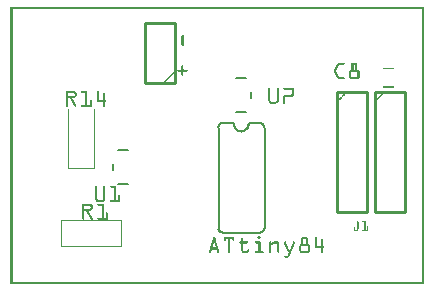
<source format=gto>
G04 MADE WITH FRITZING*
G04 WWW.FRITZING.ORG*
G04 DOUBLE SIDED*
G04 HOLES PLATED*
G04 CONTOUR ON CENTER OF CONTOUR VECTOR*
%ASAXBY*%
%FSLAX23Y23*%
%MOIN*%
%OFA0B0*%
%SFA1.0B1.0*%
%ADD10C,0.008000*%
%ADD11C,0.010000*%
%ADD12R,0.001000X0.001000*%
%LNSILK1*%
G90*
G70*
G54D10*
X785Y575D02*
X752Y575D01*
D02*
X752Y687D02*
X785Y687D01*
D02*
X800Y642D02*
X800Y621D01*
D02*
X358Y448D02*
X392Y448D01*
D02*
X392Y336D02*
X358Y336D01*
D02*
X343Y382D02*
X343Y403D01*
D02*
X847Y188D02*
X847Y522D01*
D02*
X694Y522D02*
X694Y184D01*
D02*
X709Y173D02*
X832Y173D01*
D02*
X828Y537D02*
X795Y537D01*
D02*
X705Y537D02*
X745Y537D01*
G54D11*
D02*
X547Y672D02*
X547Y872D01*
D02*
X547Y872D02*
X447Y872D01*
D02*
X447Y872D02*
X447Y672D01*
D02*
X447Y672D02*
X547Y672D01*
D02*
X1214Y642D02*
X1214Y242D01*
D02*
X1214Y242D02*
X1314Y242D01*
D02*
X1314Y242D02*
X1314Y642D01*
D02*
X1314Y642D02*
X1214Y642D01*
D02*
X1089Y642D02*
X1089Y242D01*
D02*
X1089Y242D02*
X1189Y242D01*
D02*
X1189Y242D02*
X1189Y642D01*
D02*
X1189Y642D02*
X1089Y642D01*
G54D12*
X0Y925D02*
X1378Y925D01*
X0Y924D02*
X1378Y924D01*
X0Y923D02*
X1378Y923D01*
X0Y922D02*
X1378Y922D01*
X0Y921D02*
X1378Y921D01*
X0Y920D02*
X1378Y920D01*
X0Y919D02*
X1378Y919D01*
X0Y918D02*
X1378Y918D01*
X0Y917D02*
X7Y917D01*
X1371Y917D02*
X1378Y917D01*
X0Y916D02*
X7Y916D01*
X1371Y916D02*
X1378Y916D01*
X0Y915D02*
X7Y915D01*
X1371Y915D02*
X1378Y915D01*
X0Y914D02*
X7Y914D01*
X1371Y914D02*
X1378Y914D01*
X0Y913D02*
X7Y913D01*
X1371Y913D02*
X1378Y913D01*
X0Y912D02*
X7Y912D01*
X1371Y912D02*
X1378Y912D01*
X0Y911D02*
X7Y911D01*
X1371Y911D02*
X1378Y911D01*
X0Y910D02*
X7Y910D01*
X1371Y910D02*
X1378Y910D01*
X0Y909D02*
X7Y909D01*
X1371Y909D02*
X1378Y909D01*
X0Y908D02*
X7Y908D01*
X1371Y908D02*
X1378Y908D01*
X0Y907D02*
X7Y907D01*
X1371Y907D02*
X1378Y907D01*
X0Y906D02*
X7Y906D01*
X1371Y906D02*
X1378Y906D01*
X0Y905D02*
X7Y905D01*
X1371Y905D02*
X1378Y905D01*
X0Y904D02*
X7Y904D01*
X1371Y904D02*
X1378Y904D01*
X0Y903D02*
X7Y903D01*
X1371Y903D02*
X1378Y903D01*
X0Y902D02*
X7Y902D01*
X1371Y902D02*
X1378Y902D01*
X0Y901D02*
X7Y901D01*
X1371Y901D02*
X1378Y901D01*
X0Y900D02*
X7Y900D01*
X1371Y900D02*
X1378Y900D01*
X0Y899D02*
X7Y899D01*
X1371Y899D02*
X1378Y899D01*
X0Y898D02*
X7Y898D01*
X1371Y898D02*
X1378Y898D01*
X0Y897D02*
X7Y897D01*
X1371Y897D02*
X1378Y897D01*
X0Y896D02*
X7Y896D01*
X1371Y896D02*
X1378Y896D01*
X0Y895D02*
X7Y895D01*
X1371Y895D02*
X1378Y895D01*
X0Y894D02*
X7Y894D01*
X1371Y894D02*
X1378Y894D01*
X0Y893D02*
X7Y893D01*
X1371Y893D02*
X1378Y893D01*
X0Y892D02*
X7Y892D01*
X1371Y892D02*
X1378Y892D01*
X0Y891D02*
X7Y891D01*
X1371Y891D02*
X1378Y891D01*
X0Y890D02*
X7Y890D01*
X1371Y890D02*
X1378Y890D01*
X0Y889D02*
X7Y889D01*
X1371Y889D02*
X1378Y889D01*
X0Y888D02*
X7Y888D01*
X1371Y888D02*
X1378Y888D01*
X0Y887D02*
X7Y887D01*
X1371Y887D02*
X1378Y887D01*
X0Y886D02*
X7Y886D01*
X1371Y886D02*
X1378Y886D01*
X0Y885D02*
X7Y885D01*
X1371Y885D02*
X1378Y885D01*
X0Y884D02*
X7Y884D01*
X1371Y884D02*
X1378Y884D01*
X0Y883D02*
X7Y883D01*
X1371Y883D02*
X1378Y883D01*
X0Y882D02*
X7Y882D01*
X1371Y882D02*
X1378Y882D01*
X0Y881D02*
X7Y881D01*
X1371Y881D02*
X1378Y881D01*
X0Y880D02*
X7Y880D01*
X1371Y880D02*
X1378Y880D01*
X0Y879D02*
X7Y879D01*
X1371Y879D02*
X1378Y879D01*
X0Y878D02*
X7Y878D01*
X1371Y878D02*
X1378Y878D01*
X0Y877D02*
X7Y877D01*
X1371Y877D02*
X1378Y877D01*
X0Y876D02*
X7Y876D01*
X1371Y876D02*
X1378Y876D01*
X0Y875D02*
X7Y875D01*
X1371Y875D02*
X1378Y875D01*
X0Y874D02*
X7Y874D01*
X1371Y874D02*
X1378Y874D01*
X0Y873D02*
X7Y873D01*
X1371Y873D02*
X1378Y873D01*
X0Y872D02*
X7Y872D01*
X1371Y872D02*
X1378Y872D01*
X0Y871D02*
X7Y871D01*
X1371Y871D02*
X1378Y871D01*
X0Y870D02*
X7Y870D01*
X1371Y870D02*
X1378Y870D01*
X0Y869D02*
X7Y869D01*
X1371Y869D02*
X1378Y869D01*
X0Y868D02*
X7Y868D01*
X1371Y868D02*
X1378Y868D01*
X0Y867D02*
X7Y867D01*
X1371Y867D02*
X1378Y867D01*
X0Y866D02*
X7Y866D01*
X1371Y866D02*
X1378Y866D01*
X0Y865D02*
X7Y865D01*
X1371Y865D02*
X1378Y865D01*
X0Y864D02*
X7Y864D01*
X1371Y864D02*
X1378Y864D01*
X0Y863D02*
X7Y863D01*
X1371Y863D02*
X1378Y863D01*
X0Y862D02*
X7Y862D01*
X1371Y862D02*
X1378Y862D01*
X0Y861D02*
X7Y861D01*
X1371Y861D02*
X1378Y861D01*
X0Y860D02*
X7Y860D01*
X1371Y860D02*
X1378Y860D01*
X0Y859D02*
X7Y859D01*
X1371Y859D02*
X1378Y859D01*
X0Y858D02*
X7Y858D01*
X1371Y858D02*
X1378Y858D01*
X0Y857D02*
X7Y857D01*
X1371Y857D02*
X1378Y857D01*
X0Y856D02*
X7Y856D01*
X1371Y856D02*
X1378Y856D01*
X0Y855D02*
X7Y855D01*
X1371Y855D02*
X1378Y855D01*
X0Y854D02*
X7Y854D01*
X1371Y854D02*
X1378Y854D01*
X0Y853D02*
X7Y853D01*
X1371Y853D02*
X1378Y853D01*
X0Y852D02*
X7Y852D01*
X1371Y852D02*
X1378Y852D01*
X0Y851D02*
X7Y851D01*
X1371Y851D02*
X1378Y851D01*
X0Y850D02*
X7Y850D01*
X1371Y850D02*
X1378Y850D01*
X0Y849D02*
X7Y849D01*
X1371Y849D02*
X1378Y849D01*
X0Y848D02*
X7Y848D01*
X1371Y848D02*
X1378Y848D01*
X0Y847D02*
X7Y847D01*
X1371Y847D02*
X1378Y847D01*
X0Y846D02*
X7Y846D01*
X1371Y846D02*
X1378Y846D01*
X0Y845D02*
X7Y845D01*
X1371Y845D02*
X1378Y845D01*
X0Y844D02*
X7Y844D01*
X1371Y844D02*
X1378Y844D01*
X0Y843D02*
X7Y843D01*
X1371Y843D02*
X1378Y843D01*
X0Y842D02*
X7Y842D01*
X1371Y842D02*
X1378Y842D01*
X0Y841D02*
X7Y841D01*
X1371Y841D02*
X1378Y841D01*
X0Y840D02*
X7Y840D01*
X1371Y840D02*
X1378Y840D01*
X0Y839D02*
X7Y839D01*
X1371Y839D02*
X1378Y839D01*
X0Y838D02*
X7Y838D01*
X1371Y838D02*
X1378Y838D01*
X0Y837D02*
X7Y837D01*
X1371Y837D02*
X1378Y837D01*
X0Y836D02*
X7Y836D01*
X1371Y836D02*
X1378Y836D01*
X0Y835D02*
X7Y835D01*
X1371Y835D02*
X1378Y835D01*
X0Y834D02*
X7Y834D01*
X1371Y834D02*
X1378Y834D01*
X0Y833D02*
X7Y833D01*
X1371Y833D02*
X1378Y833D01*
X0Y832D02*
X7Y832D01*
X1371Y832D02*
X1378Y832D01*
X0Y831D02*
X7Y831D01*
X1371Y831D02*
X1378Y831D01*
X0Y830D02*
X7Y830D01*
X572Y830D02*
X578Y830D01*
X1371Y830D02*
X1378Y830D01*
X0Y829D02*
X7Y829D01*
X571Y829D02*
X579Y829D01*
X1371Y829D02*
X1378Y829D01*
X0Y828D02*
X7Y828D01*
X571Y828D02*
X579Y828D01*
X1371Y828D02*
X1378Y828D01*
X0Y827D02*
X7Y827D01*
X570Y827D02*
X579Y827D01*
X1371Y827D02*
X1378Y827D01*
X0Y826D02*
X7Y826D01*
X570Y826D02*
X579Y826D01*
X1371Y826D02*
X1378Y826D01*
X0Y825D02*
X7Y825D01*
X570Y825D02*
X579Y825D01*
X1371Y825D02*
X1378Y825D01*
X0Y824D02*
X7Y824D01*
X570Y824D02*
X579Y824D01*
X1371Y824D02*
X1378Y824D01*
X0Y823D02*
X7Y823D01*
X570Y823D02*
X579Y823D01*
X1371Y823D02*
X1378Y823D01*
X0Y822D02*
X7Y822D01*
X570Y822D02*
X579Y822D01*
X1371Y822D02*
X1378Y822D01*
X0Y821D02*
X7Y821D01*
X570Y821D02*
X579Y821D01*
X1371Y821D02*
X1378Y821D01*
X0Y820D02*
X7Y820D01*
X570Y820D02*
X579Y820D01*
X1371Y820D02*
X1378Y820D01*
X0Y819D02*
X7Y819D01*
X570Y819D02*
X579Y819D01*
X1371Y819D02*
X1378Y819D01*
X0Y818D02*
X7Y818D01*
X570Y818D02*
X579Y818D01*
X1371Y818D02*
X1378Y818D01*
X0Y817D02*
X7Y817D01*
X570Y817D02*
X579Y817D01*
X1371Y817D02*
X1378Y817D01*
X0Y816D02*
X7Y816D01*
X570Y816D02*
X579Y816D01*
X1371Y816D02*
X1378Y816D01*
X0Y815D02*
X7Y815D01*
X570Y815D02*
X579Y815D01*
X1371Y815D02*
X1378Y815D01*
X0Y814D02*
X7Y814D01*
X570Y814D02*
X579Y814D01*
X1371Y814D02*
X1378Y814D01*
X0Y813D02*
X7Y813D01*
X570Y813D02*
X579Y813D01*
X1371Y813D02*
X1378Y813D01*
X0Y812D02*
X7Y812D01*
X570Y812D02*
X579Y812D01*
X1371Y812D02*
X1378Y812D01*
X0Y811D02*
X7Y811D01*
X570Y811D02*
X579Y811D01*
X1371Y811D02*
X1378Y811D01*
X0Y810D02*
X7Y810D01*
X570Y810D02*
X579Y810D01*
X1371Y810D02*
X1378Y810D01*
X0Y809D02*
X7Y809D01*
X570Y809D02*
X579Y809D01*
X1371Y809D02*
X1378Y809D01*
X0Y808D02*
X7Y808D01*
X570Y808D02*
X579Y808D01*
X1371Y808D02*
X1378Y808D01*
X0Y807D02*
X7Y807D01*
X570Y807D02*
X579Y807D01*
X1371Y807D02*
X1378Y807D01*
X0Y806D02*
X7Y806D01*
X570Y806D02*
X579Y806D01*
X1371Y806D02*
X1378Y806D01*
X0Y805D02*
X7Y805D01*
X570Y805D02*
X579Y805D01*
X1371Y805D02*
X1378Y805D01*
X0Y804D02*
X7Y804D01*
X570Y804D02*
X579Y804D01*
X1371Y804D02*
X1378Y804D01*
X0Y803D02*
X7Y803D01*
X570Y803D02*
X579Y803D01*
X1371Y803D02*
X1378Y803D01*
X0Y802D02*
X7Y802D01*
X570Y802D02*
X579Y802D01*
X1371Y802D02*
X1378Y802D01*
X0Y801D02*
X7Y801D01*
X570Y801D02*
X579Y801D01*
X1371Y801D02*
X1378Y801D01*
X0Y800D02*
X7Y800D01*
X570Y800D02*
X579Y800D01*
X1371Y800D02*
X1378Y800D01*
X0Y799D02*
X7Y799D01*
X571Y799D02*
X579Y799D01*
X1371Y799D02*
X1378Y799D01*
X0Y798D02*
X7Y798D01*
X571Y798D02*
X579Y798D01*
X1371Y798D02*
X1378Y798D01*
X0Y797D02*
X7Y797D01*
X572Y797D02*
X578Y797D01*
X1371Y797D02*
X1378Y797D01*
X0Y796D02*
X7Y796D01*
X1371Y796D02*
X1378Y796D01*
X0Y795D02*
X7Y795D01*
X1371Y795D02*
X1378Y795D01*
X0Y794D02*
X7Y794D01*
X1371Y794D02*
X1378Y794D01*
X0Y793D02*
X7Y793D01*
X1371Y793D02*
X1378Y793D01*
X0Y792D02*
X7Y792D01*
X1371Y792D02*
X1378Y792D01*
X0Y791D02*
X7Y791D01*
X1371Y791D02*
X1378Y791D01*
X0Y790D02*
X7Y790D01*
X1371Y790D02*
X1378Y790D01*
X0Y789D02*
X7Y789D01*
X1371Y789D02*
X1378Y789D01*
X0Y788D02*
X7Y788D01*
X1371Y788D02*
X1378Y788D01*
X0Y787D02*
X7Y787D01*
X1371Y787D02*
X1378Y787D01*
X0Y786D02*
X7Y786D01*
X1371Y786D02*
X1378Y786D01*
X0Y785D02*
X7Y785D01*
X1371Y785D02*
X1378Y785D01*
X0Y784D02*
X7Y784D01*
X1371Y784D02*
X1378Y784D01*
X0Y783D02*
X7Y783D01*
X1371Y783D02*
X1378Y783D01*
X0Y782D02*
X7Y782D01*
X1371Y782D02*
X1378Y782D01*
X0Y781D02*
X7Y781D01*
X1371Y781D02*
X1378Y781D01*
X0Y780D02*
X7Y780D01*
X1371Y780D02*
X1378Y780D01*
X0Y779D02*
X7Y779D01*
X1371Y779D02*
X1378Y779D01*
X0Y778D02*
X7Y778D01*
X1371Y778D02*
X1378Y778D01*
X0Y777D02*
X7Y777D01*
X1371Y777D02*
X1378Y777D01*
X0Y776D02*
X7Y776D01*
X1371Y776D02*
X1378Y776D01*
X0Y775D02*
X7Y775D01*
X1371Y775D02*
X1378Y775D01*
X0Y774D02*
X7Y774D01*
X1371Y774D02*
X1378Y774D01*
X0Y773D02*
X7Y773D01*
X1371Y773D02*
X1378Y773D01*
X0Y772D02*
X7Y772D01*
X1371Y772D02*
X1378Y772D01*
X0Y771D02*
X7Y771D01*
X1371Y771D02*
X1378Y771D01*
X0Y770D02*
X7Y770D01*
X1371Y770D02*
X1378Y770D01*
X0Y769D02*
X7Y769D01*
X1371Y769D02*
X1378Y769D01*
X0Y768D02*
X7Y768D01*
X1371Y768D02*
X1378Y768D01*
X0Y767D02*
X7Y767D01*
X1371Y767D02*
X1378Y767D01*
X0Y766D02*
X7Y766D01*
X1371Y766D02*
X1378Y766D01*
X0Y765D02*
X7Y765D01*
X1371Y765D02*
X1378Y765D01*
X0Y764D02*
X7Y764D01*
X1371Y764D02*
X1378Y764D01*
X0Y763D02*
X7Y763D01*
X1371Y763D02*
X1378Y763D01*
X0Y762D02*
X7Y762D01*
X1371Y762D02*
X1378Y762D01*
X0Y761D02*
X7Y761D01*
X1371Y761D02*
X1378Y761D01*
X0Y760D02*
X7Y760D01*
X1371Y760D02*
X1378Y760D01*
X0Y759D02*
X7Y759D01*
X1371Y759D02*
X1378Y759D01*
X0Y758D02*
X7Y758D01*
X1371Y758D02*
X1378Y758D01*
X0Y757D02*
X7Y757D01*
X1371Y757D02*
X1378Y757D01*
X0Y756D02*
X7Y756D01*
X1371Y756D02*
X1378Y756D01*
X0Y755D02*
X7Y755D01*
X1371Y755D02*
X1378Y755D01*
X0Y754D02*
X7Y754D01*
X1371Y754D02*
X1378Y754D01*
X0Y753D02*
X7Y753D01*
X1371Y753D02*
X1378Y753D01*
X0Y752D02*
X7Y752D01*
X1371Y752D02*
X1378Y752D01*
X0Y751D02*
X7Y751D01*
X1371Y751D02*
X1378Y751D01*
X0Y750D02*
X7Y750D01*
X1371Y750D02*
X1378Y750D01*
X0Y749D02*
X7Y749D01*
X1371Y749D02*
X1378Y749D01*
X0Y748D02*
X7Y748D01*
X1371Y748D02*
X1378Y748D01*
X0Y747D02*
X7Y747D01*
X1371Y747D02*
X1378Y747D01*
X0Y746D02*
X7Y746D01*
X1371Y746D02*
X1378Y746D01*
X0Y745D02*
X7Y745D01*
X1371Y745D02*
X1378Y745D01*
X0Y744D02*
X7Y744D01*
X1371Y744D02*
X1378Y744D01*
X0Y743D02*
X7Y743D01*
X1371Y743D02*
X1378Y743D01*
X0Y742D02*
X7Y742D01*
X1371Y742D02*
X1378Y742D01*
X0Y741D02*
X7Y741D01*
X1371Y741D02*
X1378Y741D01*
X0Y740D02*
X7Y740D01*
X1371Y740D02*
X1378Y740D01*
X0Y739D02*
X7Y739D01*
X1371Y739D02*
X1378Y739D01*
X0Y738D02*
X7Y738D01*
X1094Y738D02*
X1112Y738D01*
X1138Y738D02*
X1155Y738D01*
X1371Y738D02*
X1378Y738D01*
X0Y737D02*
X7Y737D01*
X1092Y737D02*
X1113Y737D01*
X1137Y737D02*
X1156Y737D01*
X1371Y737D02*
X1378Y737D01*
X0Y736D02*
X7Y736D01*
X1090Y736D02*
X1113Y736D01*
X1137Y736D02*
X1156Y736D01*
X1371Y736D02*
X1378Y736D01*
X0Y735D02*
X7Y735D01*
X1089Y735D02*
X1113Y735D01*
X1137Y735D02*
X1156Y735D01*
X1371Y735D02*
X1378Y735D01*
X0Y734D02*
X7Y734D01*
X1089Y734D02*
X1113Y734D01*
X1137Y734D02*
X1156Y734D01*
X1371Y734D02*
X1378Y734D01*
X0Y733D02*
X7Y733D01*
X1088Y733D02*
X1112Y733D01*
X1137Y733D02*
X1156Y733D01*
X1371Y733D02*
X1378Y733D01*
X0Y732D02*
X7Y732D01*
X1088Y732D02*
X1111Y732D01*
X1137Y732D02*
X1156Y732D01*
X1371Y732D02*
X1378Y732D01*
X0Y731D02*
X7Y731D01*
X1087Y731D02*
X1094Y731D01*
X1137Y731D02*
X1143Y731D01*
X1150Y731D02*
X1156Y731D01*
X1371Y731D02*
X1378Y731D01*
X0Y730D02*
X7Y730D01*
X573Y730D02*
X574Y730D01*
X1087Y730D02*
X1094Y730D01*
X1137Y730D02*
X1143Y730D01*
X1150Y730D02*
X1156Y730D01*
X1371Y730D02*
X1378Y730D01*
X0Y729D02*
X7Y729D01*
X571Y729D02*
X576Y729D01*
X1086Y729D02*
X1093Y729D01*
X1137Y729D02*
X1143Y729D01*
X1150Y729D02*
X1156Y729D01*
X1371Y729D02*
X1378Y729D01*
X0Y728D02*
X7Y728D01*
X571Y728D02*
X576Y728D01*
X1086Y728D02*
X1093Y728D01*
X1137Y728D02*
X1143Y728D01*
X1150Y728D02*
X1156Y728D01*
X1371Y728D02*
X1378Y728D01*
X0Y727D02*
X7Y727D01*
X570Y727D02*
X576Y727D01*
X1085Y727D02*
X1092Y727D01*
X1137Y727D02*
X1143Y727D01*
X1150Y727D02*
X1156Y727D01*
X1371Y727D02*
X1378Y727D01*
X0Y726D02*
X7Y726D01*
X570Y726D02*
X576Y726D01*
X1085Y726D02*
X1092Y726D01*
X1137Y726D02*
X1143Y726D01*
X1150Y726D02*
X1156Y726D01*
X1371Y726D02*
X1378Y726D01*
X0Y725D02*
X7Y725D01*
X570Y725D02*
X576Y725D01*
X1084Y725D02*
X1091Y725D01*
X1137Y725D02*
X1143Y725D01*
X1150Y725D02*
X1156Y725D01*
X1371Y725D02*
X1378Y725D01*
X0Y724D02*
X7Y724D01*
X570Y724D02*
X576Y724D01*
X1084Y724D02*
X1091Y724D01*
X1137Y724D02*
X1143Y724D01*
X1150Y724D02*
X1156Y724D01*
X1371Y724D02*
X1378Y724D01*
X0Y723D02*
X7Y723D01*
X570Y723D02*
X576Y723D01*
X1083Y723D02*
X1090Y723D01*
X1137Y723D02*
X1143Y723D01*
X1150Y723D02*
X1156Y723D01*
X1371Y723D02*
X1378Y723D01*
X0Y722D02*
X7Y722D01*
X570Y722D02*
X576Y722D01*
X1083Y722D02*
X1090Y722D01*
X1137Y722D02*
X1143Y722D01*
X1150Y722D02*
X1156Y722D01*
X1242Y722D02*
X1278Y722D01*
X1371Y722D02*
X1378Y722D01*
X0Y721D02*
X7Y721D01*
X570Y721D02*
X576Y721D01*
X1082Y721D02*
X1089Y721D01*
X1137Y721D02*
X1143Y721D01*
X1150Y721D02*
X1156Y721D01*
X1242Y721D02*
X1278Y721D01*
X1371Y721D02*
X1378Y721D01*
X0Y720D02*
X7Y720D01*
X570Y720D02*
X576Y720D01*
X1082Y720D02*
X1089Y720D01*
X1137Y720D02*
X1143Y720D01*
X1150Y720D02*
X1156Y720D01*
X1242Y720D02*
X1278Y720D01*
X1371Y720D02*
X1378Y720D01*
X0Y719D02*
X7Y719D01*
X570Y719D02*
X576Y719D01*
X1081Y719D02*
X1088Y719D01*
X1137Y719D02*
X1143Y719D01*
X1150Y719D02*
X1156Y719D01*
X1242Y719D02*
X1278Y719D01*
X1371Y719D02*
X1378Y719D01*
X0Y718D02*
X7Y718D01*
X570Y718D02*
X576Y718D01*
X1081Y718D02*
X1088Y718D01*
X1137Y718D02*
X1143Y718D01*
X1150Y718D02*
X1156Y718D01*
X1371Y718D02*
X1378Y718D01*
X0Y717D02*
X7Y717D01*
X570Y717D02*
X577Y717D01*
X1080Y717D02*
X1087Y717D01*
X1137Y717D02*
X1143Y717D01*
X1150Y717D02*
X1156Y717D01*
X1371Y717D02*
X1378Y717D01*
X0Y716D02*
X7Y716D01*
X558Y716D02*
X589Y716D01*
X1080Y716D02*
X1087Y716D01*
X1137Y716D02*
X1143Y716D01*
X1150Y716D02*
X1156Y716D01*
X1371Y716D02*
X1378Y716D01*
X0Y715D02*
X7Y715D01*
X557Y715D02*
X590Y715D01*
X1080Y715D02*
X1086Y715D01*
X1135Y715D02*
X1158Y715D01*
X1371Y715D02*
X1378Y715D01*
X0Y714D02*
X7Y714D01*
X557Y714D02*
X590Y714D01*
X1080Y714D02*
X1086Y714D01*
X1133Y714D02*
X1160Y714D01*
X1371Y714D02*
X1378Y714D01*
X0Y713D02*
X7Y713D01*
X557Y713D02*
X590Y713D01*
X1080Y713D02*
X1086Y713D01*
X1132Y713D02*
X1161Y713D01*
X1371Y713D02*
X1378Y713D01*
X0Y712D02*
X7Y712D01*
X557Y712D02*
X590Y712D01*
X1079Y712D02*
X1086Y712D01*
X1131Y712D02*
X1162Y712D01*
X1371Y712D02*
X1378Y712D01*
X0Y711D02*
X7Y711D01*
X557Y711D02*
X590Y711D01*
X1080Y711D02*
X1086Y711D01*
X1130Y711D02*
X1163Y711D01*
X1371Y711D02*
X1378Y711D01*
X0Y710D02*
X7Y710D01*
X559Y710D02*
X588Y710D01*
X1080Y710D02*
X1086Y710D01*
X1130Y710D02*
X1163Y710D01*
X1371Y710D02*
X1378Y710D01*
X0Y709D02*
X7Y709D01*
X544Y709D02*
X545Y709D01*
X570Y709D02*
X576Y709D01*
X1080Y709D02*
X1086Y709D01*
X1130Y709D02*
X1163Y709D01*
X1371Y709D02*
X1378Y709D01*
X0Y708D02*
X7Y708D01*
X543Y708D02*
X546Y708D01*
X570Y708D02*
X576Y708D01*
X1080Y708D02*
X1086Y708D01*
X1130Y708D02*
X1136Y708D01*
X1157Y708D02*
X1163Y708D01*
X1371Y708D02*
X1378Y708D01*
X0Y707D02*
X7Y707D01*
X542Y707D02*
X547Y707D01*
X570Y707D02*
X576Y707D01*
X1080Y707D02*
X1087Y707D01*
X1130Y707D02*
X1136Y707D01*
X1157Y707D02*
X1163Y707D01*
X1371Y707D02*
X1378Y707D01*
X0Y706D02*
X7Y706D01*
X541Y706D02*
X547Y706D01*
X570Y706D02*
X576Y706D01*
X1081Y706D02*
X1087Y706D01*
X1130Y706D02*
X1136Y706D01*
X1157Y706D02*
X1163Y706D01*
X1371Y706D02*
X1378Y706D01*
X0Y705D02*
X7Y705D01*
X540Y705D02*
X546Y705D01*
X570Y705D02*
X576Y705D01*
X1081Y705D02*
X1088Y705D01*
X1130Y705D02*
X1136Y705D01*
X1157Y705D02*
X1163Y705D01*
X1371Y705D02*
X1378Y705D01*
X0Y704D02*
X7Y704D01*
X539Y704D02*
X545Y704D01*
X570Y704D02*
X576Y704D01*
X1081Y704D02*
X1088Y704D01*
X1130Y704D02*
X1136Y704D01*
X1157Y704D02*
X1163Y704D01*
X1371Y704D02*
X1378Y704D01*
X0Y703D02*
X7Y703D01*
X538Y703D02*
X544Y703D01*
X570Y703D02*
X576Y703D01*
X1082Y703D02*
X1089Y703D01*
X1130Y703D02*
X1136Y703D01*
X1157Y703D02*
X1163Y703D01*
X1371Y703D02*
X1378Y703D01*
X0Y702D02*
X7Y702D01*
X537Y702D02*
X543Y702D01*
X570Y702D02*
X576Y702D01*
X1082Y702D02*
X1089Y702D01*
X1130Y702D02*
X1136Y702D01*
X1157Y702D02*
X1163Y702D01*
X1371Y702D02*
X1378Y702D01*
X0Y701D02*
X7Y701D01*
X536Y701D02*
X542Y701D01*
X570Y701D02*
X576Y701D01*
X1083Y701D02*
X1090Y701D01*
X1130Y701D02*
X1136Y701D01*
X1157Y701D02*
X1163Y701D01*
X1371Y701D02*
X1378Y701D01*
X0Y700D02*
X7Y700D01*
X535Y700D02*
X541Y700D01*
X570Y700D02*
X576Y700D01*
X1083Y700D02*
X1090Y700D01*
X1130Y700D02*
X1136Y700D01*
X1157Y700D02*
X1163Y700D01*
X1371Y700D02*
X1378Y700D01*
X0Y699D02*
X7Y699D01*
X534Y699D02*
X540Y699D01*
X571Y699D02*
X576Y699D01*
X1084Y699D02*
X1091Y699D01*
X1130Y699D02*
X1136Y699D01*
X1157Y699D02*
X1163Y699D01*
X1371Y699D02*
X1378Y699D01*
X0Y698D02*
X7Y698D01*
X533Y698D02*
X539Y698D01*
X571Y698D02*
X576Y698D01*
X1084Y698D02*
X1091Y698D01*
X1130Y698D02*
X1136Y698D01*
X1157Y698D02*
X1163Y698D01*
X1371Y698D02*
X1378Y698D01*
X0Y697D02*
X7Y697D01*
X532Y697D02*
X538Y697D01*
X571Y697D02*
X576Y697D01*
X1085Y697D02*
X1092Y697D01*
X1130Y697D02*
X1136Y697D01*
X1157Y697D02*
X1163Y697D01*
X1371Y697D02*
X1378Y697D01*
X0Y696D02*
X7Y696D01*
X531Y696D02*
X537Y696D01*
X573Y696D02*
X574Y696D01*
X1085Y696D02*
X1092Y696D01*
X1130Y696D02*
X1136Y696D01*
X1157Y696D02*
X1163Y696D01*
X1371Y696D02*
X1378Y696D01*
X0Y695D02*
X7Y695D01*
X531Y695D02*
X536Y695D01*
X1086Y695D02*
X1093Y695D01*
X1130Y695D02*
X1136Y695D01*
X1157Y695D02*
X1163Y695D01*
X1371Y695D02*
X1378Y695D01*
X0Y694D02*
X7Y694D01*
X530Y694D02*
X535Y694D01*
X1086Y694D02*
X1093Y694D01*
X1130Y694D02*
X1136Y694D01*
X1157Y694D02*
X1163Y694D01*
X1371Y694D02*
X1378Y694D01*
X0Y693D02*
X7Y693D01*
X529Y693D02*
X534Y693D01*
X1087Y693D02*
X1094Y693D01*
X1130Y693D02*
X1136Y693D01*
X1157Y693D02*
X1163Y693D01*
X1371Y693D02*
X1378Y693D01*
X0Y692D02*
X7Y692D01*
X528Y692D02*
X533Y692D01*
X1087Y692D02*
X1095Y692D01*
X1130Y692D02*
X1136Y692D01*
X1157Y692D02*
X1163Y692D01*
X1371Y692D02*
X1378Y692D01*
X0Y691D02*
X7Y691D01*
X527Y691D02*
X532Y691D01*
X1088Y691D02*
X1111Y691D01*
X1130Y691D02*
X1163Y691D01*
X1371Y691D02*
X1378Y691D01*
X0Y690D02*
X7Y690D01*
X526Y690D02*
X531Y690D01*
X1089Y690D02*
X1112Y690D01*
X1130Y690D02*
X1163Y690D01*
X1371Y690D02*
X1378Y690D01*
X0Y689D02*
X7Y689D01*
X525Y689D02*
X530Y689D01*
X1089Y689D02*
X1113Y689D01*
X1130Y689D02*
X1163Y689D01*
X1371Y689D02*
X1378Y689D01*
X0Y688D02*
X7Y688D01*
X523Y688D02*
X529Y688D01*
X1090Y688D02*
X1113Y688D01*
X1131Y688D02*
X1162Y688D01*
X1371Y688D02*
X1378Y688D01*
X0Y687D02*
X7Y687D01*
X522Y687D02*
X528Y687D01*
X1091Y687D02*
X1113Y687D01*
X1132Y687D02*
X1161Y687D01*
X1371Y687D02*
X1378Y687D01*
X0Y686D02*
X7Y686D01*
X521Y686D02*
X527Y686D01*
X1093Y686D02*
X1112Y686D01*
X1133Y686D02*
X1160Y686D01*
X1371Y686D02*
X1378Y686D01*
X0Y685D02*
X7Y685D01*
X520Y685D02*
X526Y685D01*
X1095Y685D02*
X1111Y685D01*
X1135Y685D02*
X1158Y685D01*
X1371Y685D02*
X1378Y685D01*
X0Y684D02*
X7Y684D01*
X519Y684D02*
X525Y684D01*
X1371Y684D02*
X1378Y684D01*
X0Y683D02*
X7Y683D01*
X518Y683D02*
X524Y683D01*
X1371Y683D02*
X1378Y683D01*
X0Y682D02*
X7Y682D01*
X517Y682D02*
X523Y682D01*
X1371Y682D02*
X1378Y682D01*
X0Y681D02*
X7Y681D01*
X516Y681D02*
X522Y681D01*
X1371Y681D02*
X1378Y681D01*
X0Y680D02*
X7Y680D01*
X515Y680D02*
X521Y680D01*
X1371Y680D02*
X1378Y680D01*
X0Y679D02*
X7Y679D01*
X514Y679D02*
X520Y679D01*
X1371Y679D02*
X1378Y679D01*
X0Y678D02*
X7Y678D01*
X513Y678D02*
X519Y678D01*
X1371Y678D02*
X1378Y678D01*
X0Y677D02*
X7Y677D01*
X512Y677D02*
X518Y677D01*
X1371Y677D02*
X1378Y677D01*
X0Y676D02*
X7Y676D01*
X511Y676D02*
X517Y676D01*
X1371Y676D02*
X1378Y676D01*
X0Y675D02*
X7Y675D01*
X510Y675D02*
X516Y675D01*
X1371Y675D02*
X1378Y675D01*
X0Y674D02*
X7Y674D01*
X511Y674D02*
X515Y674D01*
X1371Y674D02*
X1378Y674D01*
X0Y673D02*
X7Y673D01*
X512Y673D02*
X514Y673D01*
X1371Y673D02*
X1378Y673D01*
X0Y672D02*
X7Y672D01*
X513Y672D02*
X513Y672D01*
X1371Y672D02*
X1378Y672D01*
X0Y671D02*
X7Y671D01*
X1371Y671D02*
X1378Y671D01*
X0Y670D02*
X7Y670D01*
X1371Y670D02*
X1378Y670D01*
X0Y669D02*
X7Y669D01*
X1371Y669D02*
X1378Y669D01*
X0Y668D02*
X7Y668D01*
X1371Y668D02*
X1378Y668D01*
X0Y667D02*
X7Y667D01*
X1371Y667D02*
X1378Y667D01*
X0Y666D02*
X7Y666D01*
X1371Y666D02*
X1378Y666D01*
X0Y665D02*
X7Y665D01*
X1371Y665D02*
X1378Y665D01*
X0Y664D02*
X7Y664D01*
X1371Y664D02*
X1378Y664D01*
X0Y663D02*
X7Y663D01*
X1371Y663D02*
X1378Y663D01*
X0Y662D02*
X7Y662D01*
X1371Y662D02*
X1378Y662D01*
X0Y661D02*
X7Y661D01*
X1371Y661D02*
X1378Y661D01*
X0Y660D02*
X7Y660D01*
X1242Y660D02*
X1278Y660D01*
X1371Y660D02*
X1378Y660D01*
X0Y659D02*
X7Y659D01*
X1242Y659D02*
X1278Y659D01*
X1371Y659D02*
X1378Y659D01*
X0Y658D02*
X7Y658D01*
X1242Y658D02*
X1278Y658D01*
X1371Y658D02*
X1378Y658D01*
X0Y657D02*
X7Y657D01*
X1242Y657D02*
X1278Y657D01*
X1371Y657D02*
X1378Y657D01*
X0Y656D02*
X7Y656D01*
X862Y656D02*
X864Y656D01*
X889Y656D02*
X892Y656D01*
X912Y656D02*
X940Y656D01*
X1371Y656D02*
X1378Y656D01*
X0Y655D02*
X7Y655D01*
X861Y655D02*
X865Y655D01*
X888Y655D02*
X893Y655D01*
X911Y655D02*
X941Y655D01*
X1371Y655D02*
X1378Y655D01*
X0Y654D02*
X7Y654D01*
X860Y654D02*
X866Y654D01*
X888Y654D02*
X894Y654D01*
X910Y654D02*
X942Y654D01*
X1371Y654D02*
X1378Y654D01*
X0Y653D02*
X7Y653D01*
X860Y653D02*
X866Y653D01*
X888Y653D02*
X894Y653D01*
X910Y653D02*
X943Y653D01*
X1371Y653D02*
X1378Y653D01*
X0Y652D02*
X7Y652D01*
X860Y652D02*
X866Y652D01*
X888Y652D02*
X894Y652D01*
X911Y652D02*
X943Y652D01*
X1371Y652D02*
X1378Y652D01*
X0Y651D02*
X7Y651D01*
X860Y651D02*
X866Y651D01*
X888Y651D02*
X894Y651D01*
X911Y651D02*
X944Y651D01*
X1371Y651D02*
X1378Y651D01*
X0Y650D02*
X7Y650D01*
X860Y650D02*
X866Y650D01*
X888Y650D02*
X894Y650D01*
X912Y650D02*
X944Y650D01*
X1371Y650D02*
X1378Y650D01*
X0Y649D02*
X7Y649D01*
X860Y649D02*
X866Y649D01*
X888Y649D02*
X894Y649D01*
X938Y649D02*
X944Y649D01*
X1371Y649D02*
X1378Y649D01*
X0Y648D02*
X7Y648D01*
X860Y648D02*
X866Y648D01*
X888Y648D02*
X894Y648D01*
X938Y648D02*
X944Y648D01*
X1371Y648D02*
X1378Y648D01*
X0Y647D02*
X7Y647D01*
X860Y647D02*
X866Y647D01*
X888Y647D02*
X894Y647D01*
X938Y647D02*
X944Y647D01*
X1371Y647D02*
X1378Y647D01*
X0Y646D02*
X7Y646D01*
X860Y646D02*
X866Y646D01*
X888Y646D02*
X894Y646D01*
X938Y646D02*
X944Y646D01*
X1371Y646D02*
X1378Y646D01*
X0Y645D02*
X7Y645D01*
X186Y645D02*
X213Y645D01*
X238Y645D02*
X256Y645D01*
X290Y645D02*
X293Y645D01*
X860Y645D02*
X866Y645D01*
X888Y645D02*
X894Y645D01*
X938Y645D02*
X944Y645D01*
X1371Y645D02*
X1378Y645D01*
X0Y644D02*
X7Y644D01*
X186Y644D02*
X215Y644D01*
X237Y644D02*
X256Y644D01*
X289Y644D02*
X294Y644D01*
X860Y644D02*
X866Y644D01*
X888Y644D02*
X894Y644D01*
X938Y644D02*
X944Y644D01*
X1121Y644D02*
X1122Y644D01*
X1246Y644D02*
X1247Y644D01*
X1371Y644D02*
X1378Y644D01*
X0Y643D02*
X7Y643D01*
X186Y643D02*
X216Y643D01*
X237Y643D02*
X256Y643D01*
X289Y643D02*
X294Y643D01*
X860Y643D02*
X866Y643D01*
X888Y643D02*
X894Y643D01*
X938Y643D02*
X944Y643D01*
X1120Y643D02*
X1123Y643D01*
X1245Y643D02*
X1248Y643D01*
X1371Y643D02*
X1378Y643D01*
X0Y642D02*
X7Y642D01*
X186Y642D02*
X217Y642D01*
X237Y642D02*
X256Y642D01*
X289Y642D02*
X294Y642D01*
X860Y642D02*
X866Y642D01*
X888Y642D02*
X894Y642D01*
X938Y642D02*
X944Y642D01*
X1119Y642D02*
X1124Y642D01*
X1244Y642D02*
X1249Y642D01*
X1371Y642D02*
X1378Y642D01*
X0Y641D02*
X7Y641D01*
X186Y641D02*
X218Y641D01*
X237Y641D02*
X256Y641D01*
X288Y641D02*
X295Y641D01*
X860Y641D02*
X866Y641D01*
X888Y641D02*
X894Y641D01*
X938Y641D02*
X944Y641D01*
X1118Y641D02*
X1124Y641D01*
X1243Y641D02*
X1249Y641D01*
X1371Y641D02*
X1378Y641D01*
X0Y640D02*
X7Y640D01*
X186Y640D02*
X219Y640D01*
X237Y640D02*
X256Y640D01*
X288Y640D02*
X295Y640D01*
X860Y640D02*
X866Y640D01*
X888Y640D02*
X894Y640D01*
X938Y640D02*
X944Y640D01*
X1117Y640D02*
X1123Y640D01*
X1242Y640D02*
X1248Y640D01*
X1371Y640D02*
X1378Y640D01*
X0Y639D02*
X7Y639D01*
X186Y639D02*
X219Y639D01*
X239Y639D02*
X256Y639D01*
X288Y639D02*
X295Y639D01*
X311Y639D02*
X314Y639D01*
X860Y639D02*
X866Y639D01*
X888Y639D02*
X894Y639D01*
X938Y639D02*
X944Y639D01*
X1116Y639D02*
X1122Y639D01*
X1241Y639D02*
X1247Y639D01*
X1371Y639D02*
X1378Y639D01*
X0Y638D02*
X7Y638D01*
X186Y638D02*
X192Y638D01*
X212Y638D02*
X220Y638D01*
X250Y638D02*
X256Y638D01*
X288Y638D02*
X295Y638D01*
X310Y638D02*
X315Y638D01*
X860Y638D02*
X866Y638D01*
X888Y638D02*
X894Y638D01*
X938Y638D02*
X944Y638D01*
X1115Y638D02*
X1121Y638D01*
X1240Y638D02*
X1246Y638D01*
X1371Y638D02*
X1378Y638D01*
X0Y637D02*
X7Y637D01*
X186Y637D02*
X192Y637D01*
X213Y637D02*
X220Y637D01*
X250Y637D02*
X256Y637D01*
X288Y637D02*
X295Y637D01*
X309Y637D02*
X315Y637D01*
X860Y637D02*
X866Y637D01*
X888Y637D02*
X894Y637D01*
X938Y637D02*
X944Y637D01*
X1114Y637D02*
X1120Y637D01*
X1239Y637D02*
X1245Y637D01*
X1371Y637D02*
X1378Y637D01*
X0Y636D02*
X7Y636D01*
X186Y636D02*
X192Y636D01*
X214Y636D02*
X220Y636D01*
X250Y636D02*
X256Y636D01*
X288Y636D02*
X295Y636D01*
X309Y636D02*
X315Y636D01*
X860Y636D02*
X866Y636D01*
X888Y636D02*
X894Y636D01*
X938Y636D02*
X944Y636D01*
X1113Y636D02*
X1119Y636D01*
X1238Y636D02*
X1244Y636D01*
X1371Y636D02*
X1378Y636D01*
X0Y635D02*
X7Y635D01*
X186Y635D02*
X192Y635D01*
X214Y635D02*
X220Y635D01*
X250Y635D02*
X256Y635D01*
X288Y635D02*
X295Y635D01*
X309Y635D02*
X315Y635D01*
X860Y635D02*
X866Y635D01*
X888Y635D02*
X894Y635D01*
X938Y635D02*
X944Y635D01*
X1112Y635D02*
X1118Y635D01*
X1237Y635D02*
X1243Y635D01*
X1371Y635D02*
X1378Y635D01*
X0Y634D02*
X7Y634D01*
X186Y634D02*
X192Y634D01*
X214Y634D02*
X220Y634D01*
X250Y634D02*
X256Y634D01*
X288Y634D02*
X295Y634D01*
X309Y634D02*
X315Y634D01*
X860Y634D02*
X866Y634D01*
X888Y634D02*
X894Y634D01*
X938Y634D02*
X944Y634D01*
X1111Y634D02*
X1117Y634D01*
X1236Y634D02*
X1242Y634D01*
X1371Y634D02*
X1378Y634D01*
X0Y633D02*
X7Y633D01*
X186Y633D02*
X192Y633D01*
X214Y633D02*
X220Y633D01*
X250Y633D02*
X256Y633D01*
X288Y633D02*
X295Y633D01*
X309Y633D02*
X315Y633D01*
X860Y633D02*
X866Y633D01*
X888Y633D02*
X894Y633D01*
X937Y633D02*
X944Y633D01*
X1110Y633D02*
X1116Y633D01*
X1235Y633D02*
X1241Y633D01*
X1371Y633D02*
X1378Y633D01*
X0Y632D02*
X7Y632D01*
X186Y632D02*
X192Y632D01*
X214Y632D02*
X220Y632D01*
X250Y632D02*
X256Y632D01*
X288Y632D02*
X295Y632D01*
X309Y632D02*
X315Y632D01*
X860Y632D02*
X866Y632D01*
X888Y632D02*
X894Y632D01*
X914Y632D02*
X944Y632D01*
X1109Y632D02*
X1115Y632D01*
X1234Y632D02*
X1240Y632D01*
X1371Y632D02*
X1378Y632D01*
X0Y631D02*
X7Y631D01*
X186Y631D02*
X192Y631D01*
X214Y631D02*
X220Y631D01*
X250Y631D02*
X256Y631D01*
X288Y631D02*
X295Y631D01*
X309Y631D02*
X315Y631D01*
X860Y631D02*
X866Y631D01*
X888Y631D02*
X894Y631D01*
X912Y631D02*
X944Y631D01*
X1108Y631D02*
X1114Y631D01*
X1233Y631D02*
X1239Y631D01*
X1371Y631D02*
X1378Y631D01*
X0Y630D02*
X7Y630D01*
X186Y630D02*
X192Y630D01*
X214Y630D02*
X220Y630D01*
X250Y630D02*
X256Y630D01*
X288Y630D02*
X295Y630D01*
X309Y630D02*
X315Y630D01*
X860Y630D02*
X866Y630D01*
X888Y630D02*
X894Y630D01*
X912Y630D02*
X943Y630D01*
X1107Y630D02*
X1113Y630D01*
X1232Y630D02*
X1238Y630D01*
X1371Y630D02*
X1378Y630D01*
X0Y629D02*
X7Y629D01*
X186Y629D02*
X192Y629D01*
X213Y629D02*
X220Y629D01*
X250Y629D02*
X256Y629D01*
X288Y629D02*
X295Y629D01*
X309Y629D02*
X315Y629D01*
X860Y629D02*
X866Y629D01*
X888Y629D02*
X894Y629D01*
X911Y629D02*
X943Y629D01*
X1106Y629D02*
X1112Y629D01*
X1231Y629D02*
X1237Y629D01*
X1371Y629D02*
X1378Y629D01*
X0Y628D02*
X7Y628D01*
X186Y628D02*
X193Y628D01*
X211Y628D02*
X219Y628D01*
X250Y628D02*
X256Y628D01*
X288Y628D02*
X295Y628D01*
X309Y628D02*
X315Y628D01*
X860Y628D02*
X866Y628D01*
X888Y628D02*
X894Y628D01*
X911Y628D02*
X942Y628D01*
X1105Y628D02*
X1111Y628D01*
X1230Y628D02*
X1236Y628D01*
X1371Y628D02*
X1378Y628D01*
X0Y627D02*
X7Y627D01*
X186Y627D02*
X219Y627D01*
X250Y627D02*
X256Y627D01*
X288Y627D02*
X295Y627D01*
X309Y627D02*
X315Y627D01*
X860Y627D02*
X866Y627D01*
X888Y627D02*
X894Y627D01*
X910Y627D02*
X940Y627D01*
X1104Y627D02*
X1109Y627D01*
X1229Y627D02*
X1234Y627D01*
X1371Y627D02*
X1378Y627D01*
X0Y626D02*
X7Y626D01*
X186Y626D02*
X218Y626D01*
X250Y626D02*
X256Y626D01*
X288Y626D02*
X295Y626D01*
X309Y626D02*
X315Y626D01*
X860Y626D02*
X866Y626D01*
X888Y626D02*
X894Y626D01*
X910Y626D02*
X917Y626D01*
X1103Y626D02*
X1108Y626D01*
X1228Y626D02*
X1233Y626D01*
X1371Y626D02*
X1378Y626D01*
X0Y625D02*
X7Y625D01*
X186Y625D02*
X218Y625D01*
X250Y625D02*
X256Y625D01*
X288Y625D02*
X295Y625D01*
X309Y625D02*
X315Y625D01*
X860Y625D02*
X866Y625D01*
X888Y625D02*
X894Y625D01*
X910Y625D02*
X916Y625D01*
X1102Y625D02*
X1107Y625D01*
X1227Y625D02*
X1232Y625D01*
X1371Y625D02*
X1378Y625D01*
X0Y624D02*
X7Y624D01*
X186Y624D02*
X217Y624D01*
X250Y624D02*
X256Y624D01*
X288Y624D02*
X295Y624D01*
X309Y624D02*
X315Y624D01*
X860Y624D02*
X866Y624D01*
X888Y624D02*
X894Y624D01*
X910Y624D02*
X916Y624D01*
X1101Y624D02*
X1106Y624D01*
X1226Y624D02*
X1231Y624D01*
X1371Y624D02*
X1378Y624D01*
X0Y623D02*
X7Y623D01*
X186Y623D02*
X216Y623D01*
X250Y623D02*
X256Y623D01*
X288Y623D02*
X295Y623D01*
X309Y623D02*
X315Y623D01*
X860Y623D02*
X866Y623D01*
X888Y623D02*
X894Y623D01*
X910Y623D02*
X916Y623D01*
X1100Y623D02*
X1105Y623D01*
X1225Y623D02*
X1230Y623D01*
X1371Y623D02*
X1378Y623D01*
X0Y622D02*
X7Y622D01*
X186Y622D02*
X214Y622D01*
X250Y622D02*
X256Y622D01*
X288Y622D02*
X295Y622D01*
X309Y622D02*
X315Y622D01*
X860Y622D02*
X866Y622D01*
X888Y622D02*
X894Y622D01*
X910Y622D02*
X916Y622D01*
X1099Y622D02*
X1104Y622D01*
X1224Y622D02*
X1229Y622D01*
X1371Y622D02*
X1378Y622D01*
X0Y621D02*
X7Y621D01*
X186Y621D02*
X211Y621D01*
X250Y621D02*
X256Y621D01*
X288Y621D02*
X295Y621D01*
X309Y621D02*
X315Y621D01*
X860Y621D02*
X866Y621D01*
X888Y621D02*
X894Y621D01*
X910Y621D02*
X916Y621D01*
X1098Y621D02*
X1103Y621D01*
X1223Y621D02*
X1228Y621D01*
X1371Y621D02*
X1378Y621D01*
X0Y620D02*
X7Y620D01*
X186Y620D02*
X192Y620D01*
X199Y620D02*
X206Y620D01*
X250Y620D02*
X256Y620D01*
X288Y620D02*
X295Y620D01*
X309Y620D02*
X315Y620D01*
X860Y620D02*
X866Y620D01*
X888Y620D02*
X894Y620D01*
X910Y620D02*
X916Y620D01*
X1097Y620D02*
X1103Y620D01*
X1222Y620D02*
X1228Y620D01*
X1371Y620D02*
X1378Y620D01*
X0Y619D02*
X7Y619D01*
X186Y619D02*
X192Y619D01*
X199Y619D02*
X207Y619D01*
X250Y619D02*
X256Y619D01*
X288Y619D02*
X295Y619D01*
X309Y619D02*
X315Y619D01*
X860Y619D02*
X866Y619D01*
X888Y619D02*
X894Y619D01*
X910Y619D02*
X916Y619D01*
X1096Y619D02*
X1102Y619D01*
X1221Y619D02*
X1227Y619D01*
X1371Y619D02*
X1378Y619D01*
X0Y618D02*
X7Y618D01*
X186Y618D02*
X192Y618D01*
X200Y618D02*
X207Y618D01*
X250Y618D02*
X256Y618D01*
X288Y618D02*
X295Y618D01*
X309Y618D02*
X315Y618D01*
X860Y618D02*
X866Y618D01*
X888Y618D02*
X894Y618D01*
X910Y618D02*
X916Y618D01*
X1095Y618D02*
X1101Y618D01*
X1220Y618D02*
X1226Y618D01*
X1371Y618D02*
X1378Y618D01*
X0Y617D02*
X7Y617D01*
X186Y617D02*
X192Y617D01*
X201Y617D02*
X208Y617D01*
X250Y617D02*
X256Y617D01*
X288Y617D02*
X295Y617D01*
X309Y617D02*
X315Y617D01*
X860Y617D02*
X866Y617D01*
X888Y617D02*
X894Y617D01*
X910Y617D02*
X916Y617D01*
X1094Y617D02*
X1100Y617D01*
X1219Y617D02*
X1225Y617D01*
X1371Y617D02*
X1378Y617D01*
X0Y616D02*
X7Y616D01*
X186Y616D02*
X192Y616D01*
X201Y616D02*
X208Y616D01*
X250Y616D02*
X256Y616D01*
X267Y616D02*
X268Y616D01*
X288Y616D02*
X316Y616D01*
X860Y616D02*
X866Y616D01*
X888Y616D02*
X894Y616D01*
X910Y616D02*
X916Y616D01*
X1093Y616D02*
X1099Y616D01*
X1218Y616D02*
X1224Y616D01*
X1371Y616D02*
X1378Y616D01*
X0Y615D02*
X7Y615D01*
X186Y615D02*
X192Y615D01*
X202Y615D02*
X209Y615D01*
X250Y615D02*
X256Y615D01*
X265Y615D02*
X269Y615D01*
X288Y615D02*
X318Y615D01*
X860Y615D02*
X866Y615D01*
X888Y615D02*
X894Y615D01*
X910Y615D02*
X916Y615D01*
X1092Y615D02*
X1098Y615D01*
X1217Y615D02*
X1223Y615D01*
X1371Y615D02*
X1378Y615D01*
X0Y614D02*
X7Y614D01*
X186Y614D02*
X192Y614D01*
X202Y614D02*
X209Y614D01*
X250Y614D02*
X256Y614D01*
X265Y614D02*
X270Y614D01*
X288Y614D02*
X318Y614D01*
X860Y614D02*
X866Y614D01*
X888Y614D02*
X894Y614D01*
X910Y614D02*
X916Y614D01*
X1091Y614D02*
X1097Y614D01*
X1216Y614D02*
X1222Y614D01*
X1371Y614D02*
X1378Y614D01*
X0Y613D02*
X7Y613D01*
X186Y613D02*
X192Y613D01*
X203Y613D02*
X210Y613D01*
X250Y613D02*
X256Y613D01*
X264Y613D02*
X270Y613D01*
X288Y613D02*
X319Y613D01*
X860Y613D02*
X866Y613D01*
X888Y613D02*
X894Y613D01*
X910Y613D02*
X916Y613D01*
X1090Y613D02*
X1096Y613D01*
X1215Y613D02*
X1221Y613D01*
X1371Y613D02*
X1378Y613D01*
X0Y612D02*
X7Y612D01*
X186Y612D02*
X192Y612D01*
X203Y612D02*
X211Y612D01*
X250Y612D02*
X256Y612D01*
X264Y612D02*
X270Y612D01*
X288Y612D02*
X319Y612D01*
X860Y612D02*
X866Y612D01*
X887Y612D02*
X894Y612D01*
X910Y612D02*
X916Y612D01*
X1089Y612D02*
X1095Y612D01*
X1214Y612D02*
X1220Y612D01*
X1371Y612D02*
X1378Y612D01*
X0Y611D02*
X7Y611D01*
X186Y611D02*
X192Y611D01*
X204Y611D02*
X211Y611D01*
X250Y611D02*
X256Y611D01*
X264Y611D02*
X270Y611D01*
X288Y611D02*
X318Y611D01*
X860Y611D02*
X867Y611D01*
X887Y611D02*
X894Y611D01*
X910Y611D02*
X916Y611D01*
X1088Y611D02*
X1094Y611D01*
X1213Y611D02*
X1219Y611D01*
X1371Y611D02*
X1378Y611D01*
X0Y610D02*
X7Y610D01*
X186Y610D02*
X192Y610D01*
X205Y610D02*
X212Y610D01*
X250Y610D02*
X256Y610D01*
X264Y610D02*
X270Y610D01*
X288Y610D02*
X317Y610D01*
X861Y610D02*
X868Y610D01*
X886Y610D02*
X893Y610D01*
X910Y610D02*
X916Y610D01*
X1087Y610D02*
X1093Y610D01*
X1212Y610D02*
X1218Y610D01*
X1371Y610D02*
X1378Y610D01*
X0Y609D02*
X7Y609D01*
X186Y609D02*
X192Y609D01*
X205Y609D02*
X212Y609D01*
X250Y609D02*
X256Y609D01*
X264Y609D02*
X270Y609D01*
X309Y609D02*
X315Y609D01*
X861Y609D02*
X893Y609D01*
X910Y609D02*
X917Y609D01*
X1088Y609D02*
X1092Y609D01*
X1213Y609D02*
X1217Y609D01*
X1371Y609D02*
X1378Y609D01*
X0Y608D02*
X7Y608D01*
X186Y608D02*
X192Y608D01*
X206Y608D02*
X213Y608D01*
X250Y608D02*
X256Y608D01*
X264Y608D02*
X270Y608D01*
X309Y608D02*
X315Y608D01*
X861Y608D02*
X892Y608D01*
X910Y608D02*
X916Y608D01*
X1089Y608D02*
X1091Y608D01*
X1214Y608D02*
X1216Y608D01*
X1371Y608D02*
X1378Y608D01*
X0Y607D02*
X7Y607D01*
X186Y607D02*
X192Y607D01*
X206Y607D02*
X214Y607D01*
X250Y607D02*
X256Y607D01*
X264Y607D02*
X270Y607D01*
X309Y607D02*
X315Y607D01*
X862Y607D02*
X892Y607D01*
X910Y607D02*
X916Y607D01*
X1090Y607D02*
X1090Y607D01*
X1215Y607D02*
X1215Y607D01*
X1371Y607D02*
X1378Y607D01*
X0Y606D02*
X7Y606D01*
X186Y606D02*
X192Y606D01*
X207Y606D02*
X214Y606D01*
X250Y606D02*
X256Y606D01*
X264Y606D02*
X270Y606D01*
X309Y606D02*
X315Y606D01*
X863Y606D02*
X891Y606D01*
X910Y606D02*
X915Y606D01*
X1371Y606D02*
X1378Y606D01*
X0Y605D02*
X7Y605D01*
X186Y605D02*
X192Y605D01*
X208Y605D02*
X215Y605D01*
X250Y605D02*
X256Y605D01*
X264Y605D02*
X270Y605D01*
X309Y605D02*
X315Y605D01*
X864Y605D02*
X890Y605D01*
X910Y605D02*
X914Y605D01*
X1371Y605D02*
X1378Y605D01*
X0Y604D02*
X7Y604D01*
X186Y604D02*
X192Y604D01*
X208Y604D02*
X215Y604D01*
X250Y604D02*
X256Y604D01*
X264Y604D02*
X270Y604D01*
X309Y604D02*
X315Y604D01*
X865Y604D02*
X889Y604D01*
X910Y604D02*
X914Y604D01*
X1371Y604D02*
X1378Y604D01*
X0Y603D02*
X7Y603D01*
X186Y603D02*
X192Y603D01*
X209Y603D02*
X216Y603D01*
X250Y603D02*
X256Y603D01*
X264Y603D02*
X270Y603D01*
X309Y603D02*
X315Y603D01*
X867Y603D02*
X886Y603D01*
X910Y603D02*
X914Y603D01*
X1371Y603D02*
X1378Y603D01*
X0Y602D02*
X7Y602D01*
X186Y602D02*
X192Y602D01*
X209Y602D02*
X216Y602D01*
X250Y602D02*
X256Y602D01*
X264Y602D02*
X270Y602D01*
X309Y602D02*
X315Y602D01*
X1371Y602D02*
X1378Y602D01*
X0Y601D02*
X7Y601D01*
X186Y601D02*
X192Y601D01*
X210Y601D02*
X217Y601D01*
X250Y601D02*
X256Y601D01*
X264Y601D02*
X270Y601D01*
X309Y601D02*
X315Y601D01*
X1371Y601D02*
X1378Y601D01*
X0Y600D02*
X7Y600D01*
X186Y600D02*
X192Y600D01*
X210Y600D02*
X218Y600D01*
X250Y600D02*
X256Y600D01*
X264Y600D02*
X270Y600D01*
X309Y600D02*
X315Y600D01*
X1371Y600D02*
X1378Y600D01*
X0Y599D02*
X7Y599D01*
X186Y599D02*
X192Y599D01*
X211Y599D02*
X218Y599D01*
X250Y599D02*
X256Y599D01*
X264Y599D02*
X270Y599D01*
X309Y599D02*
X315Y599D01*
X1371Y599D02*
X1378Y599D01*
X0Y598D02*
X7Y598D01*
X186Y598D02*
X192Y598D01*
X212Y598D02*
X219Y598D01*
X238Y598D02*
X270Y598D01*
X309Y598D02*
X315Y598D01*
X1371Y598D02*
X1378Y598D01*
X0Y597D02*
X7Y597D01*
X186Y597D02*
X192Y597D01*
X212Y597D02*
X219Y597D01*
X237Y597D02*
X270Y597D01*
X309Y597D02*
X315Y597D01*
X1371Y597D02*
X1378Y597D01*
X0Y596D02*
X7Y596D01*
X186Y596D02*
X192Y596D01*
X213Y596D02*
X220Y596D01*
X237Y596D02*
X270Y596D01*
X309Y596D02*
X315Y596D01*
X1371Y596D02*
X1378Y596D01*
X0Y595D02*
X7Y595D01*
X186Y595D02*
X192Y595D01*
X213Y595D02*
X220Y595D01*
X237Y595D02*
X270Y595D01*
X309Y595D02*
X315Y595D01*
X1371Y595D02*
X1378Y595D01*
X0Y594D02*
X7Y594D01*
X187Y594D02*
X192Y594D01*
X214Y594D02*
X220Y594D01*
X237Y594D02*
X270Y594D01*
X309Y594D02*
X315Y594D01*
X1371Y594D02*
X1378Y594D01*
X0Y593D02*
X7Y593D01*
X187Y593D02*
X192Y593D01*
X215Y593D02*
X219Y593D01*
X237Y593D02*
X270Y593D01*
X310Y593D02*
X314Y593D01*
X1371Y593D02*
X1378Y593D01*
X0Y592D02*
X7Y592D01*
X188Y592D02*
X191Y592D01*
X216Y592D02*
X218Y592D01*
X238Y592D02*
X268Y592D01*
X311Y592D02*
X313Y592D01*
X1371Y592D02*
X1378Y592D01*
X0Y591D02*
X7Y591D01*
X1371Y591D02*
X1378Y591D01*
X0Y590D02*
X7Y590D01*
X1371Y590D02*
X1378Y590D01*
X0Y589D02*
X7Y589D01*
X1371Y589D02*
X1378Y589D01*
X0Y588D02*
X7Y588D01*
X1371Y588D02*
X1378Y588D01*
X0Y587D02*
X7Y587D01*
X1371Y587D02*
X1378Y587D01*
X0Y586D02*
X7Y586D01*
X192Y586D02*
X281Y586D01*
X1371Y586D02*
X1378Y586D01*
X0Y585D02*
X7Y585D01*
X192Y585D02*
X281Y585D01*
X1371Y585D02*
X1378Y585D01*
X0Y584D02*
X7Y584D01*
X192Y584D02*
X194Y584D01*
X279Y584D02*
X281Y584D01*
X1371Y584D02*
X1378Y584D01*
X0Y583D02*
X7Y583D01*
X192Y583D02*
X194Y583D01*
X279Y583D02*
X281Y583D01*
X1371Y583D02*
X1378Y583D01*
X0Y582D02*
X7Y582D01*
X192Y582D02*
X194Y582D01*
X279Y582D02*
X281Y582D01*
X1371Y582D02*
X1378Y582D01*
X0Y581D02*
X7Y581D01*
X192Y581D02*
X194Y581D01*
X279Y581D02*
X281Y581D01*
X1371Y581D02*
X1378Y581D01*
X0Y580D02*
X7Y580D01*
X192Y580D02*
X194Y580D01*
X279Y580D02*
X281Y580D01*
X1371Y580D02*
X1378Y580D01*
X0Y579D02*
X7Y579D01*
X192Y579D02*
X194Y579D01*
X279Y579D02*
X281Y579D01*
X1371Y579D02*
X1378Y579D01*
X0Y578D02*
X7Y578D01*
X192Y578D02*
X194Y578D01*
X279Y578D02*
X281Y578D01*
X1371Y578D02*
X1378Y578D01*
X0Y577D02*
X7Y577D01*
X192Y577D02*
X194Y577D01*
X279Y577D02*
X281Y577D01*
X1371Y577D02*
X1378Y577D01*
X0Y576D02*
X7Y576D01*
X192Y576D02*
X194Y576D01*
X279Y576D02*
X281Y576D01*
X1371Y576D02*
X1378Y576D01*
X0Y575D02*
X7Y575D01*
X192Y575D02*
X194Y575D01*
X279Y575D02*
X281Y575D01*
X1371Y575D02*
X1378Y575D01*
X0Y574D02*
X7Y574D01*
X192Y574D02*
X194Y574D01*
X279Y574D02*
X281Y574D01*
X1371Y574D02*
X1378Y574D01*
X0Y573D02*
X7Y573D01*
X192Y573D02*
X194Y573D01*
X279Y573D02*
X281Y573D01*
X1371Y573D02*
X1378Y573D01*
X0Y572D02*
X7Y572D01*
X192Y572D02*
X194Y572D01*
X279Y572D02*
X281Y572D01*
X1371Y572D02*
X1378Y572D01*
X0Y571D02*
X7Y571D01*
X192Y571D02*
X194Y571D01*
X279Y571D02*
X281Y571D01*
X1371Y571D02*
X1378Y571D01*
X0Y570D02*
X7Y570D01*
X192Y570D02*
X194Y570D01*
X279Y570D02*
X281Y570D01*
X1371Y570D02*
X1378Y570D01*
X0Y569D02*
X7Y569D01*
X192Y569D02*
X194Y569D01*
X279Y569D02*
X281Y569D01*
X1371Y569D02*
X1378Y569D01*
X0Y568D02*
X7Y568D01*
X192Y568D02*
X194Y568D01*
X279Y568D02*
X281Y568D01*
X1371Y568D02*
X1378Y568D01*
X0Y567D02*
X7Y567D01*
X192Y567D02*
X194Y567D01*
X279Y567D02*
X281Y567D01*
X1371Y567D02*
X1378Y567D01*
X0Y566D02*
X7Y566D01*
X192Y566D02*
X194Y566D01*
X279Y566D02*
X281Y566D01*
X1371Y566D02*
X1378Y566D01*
X0Y565D02*
X7Y565D01*
X192Y565D02*
X194Y565D01*
X279Y565D02*
X281Y565D01*
X1371Y565D02*
X1378Y565D01*
X0Y564D02*
X7Y564D01*
X192Y564D02*
X194Y564D01*
X279Y564D02*
X281Y564D01*
X1371Y564D02*
X1378Y564D01*
X0Y563D02*
X7Y563D01*
X192Y563D02*
X194Y563D01*
X279Y563D02*
X281Y563D01*
X1371Y563D02*
X1378Y563D01*
X0Y562D02*
X7Y562D01*
X192Y562D02*
X194Y562D01*
X279Y562D02*
X281Y562D01*
X1371Y562D02*
X1378Y562D01*
X0Y561D02*
X7Y561D01*
X192Y561D02*
X194Y561D01*
X279Y561D02*
X281Y561D01*
X1371Y561D02*
X1378Y561D01*
X0Y560D02*
X7Y560D01*
X192Y560D02*
X194Y560D01*
X279Y560D02*
X281Y560D01*
X1371Y560D02*
X1378Y560D01*
X0Y559D02*
X7Y559D01*
X192Y559D02*
X194Y559D01*
X279Y559D02*
X281Y559D01*
X1371Y559D02*
X1378Y559D01*
X0Y558D02*
X7Y558D01*
X192Y558D02*
X194Y558D01*
X279Y558D02*
X281Y558D01*
X1371Y558D02*
X1378Y558D01*
X0Y557D02*
X7Y557D01*
X192Y557D02*
X194Y557D01*
X279Y557D02*
X281Y557D01*
X1371Y557D02*
X1378Y557D01*
X0Y556D02*
X7Y556D01*
X192Y556D02*
X194Y556D01*
X279Y556D02*
X281Y556D01*
X1371Y556D02*
X1378Y556D01*
X0Y555D02*
X7Y555D01*
X192Y555D02*
X194Y555D01*
X279Y555D02*
X281Y555D01*
X1371Y555D02*
X1378Y555D01*
X0Y554D02*
X7Y554D01*
X192Y554D02*
X194Y554D01*
X279Y554D02*
X281Y554D01*
X1371Y554D02*
X1378Y554D01*
X0Y553D02*
X7Y553D01*
X192Y553D02*
X194Y553D01*
X279Y553D02*
X281Y553D01*
X1371Y553D02*
X1378Y553D01*
X0Y552D02*
X7Y552D01*
X192Y552D02*
X194Y552D01*
X279Y552D02*
X281Y552D01*
X1371Y552D02*
X1378Y552D01*
X0Y551D02*
X7Y551D01*
X192Y551D02*
X194Y551D01*
X279Y551D02*
X281Y551D01*
X1371Y551D02*
X1378Y551D01*
X0Y550D02*
X7Y550D01*
X192Y550D02*
X194Y550D01*
X279Y550D02*
X281Y550D01*
X1371Y550D02*
X1378Y550D01*
X0Y549D02*
X7Y549D01*
X192Y549D02*
X194Y549D01*
X279Y549D02*
X281Y549D01*
X1371Y549D02*
X1378Y549D01*
X0Y548D02*
X7Y548D01*
X192Y548D02*
X194Y548D01*
X279Y548D02*
X281Y548D01*
X1371Y548D02*
X1378Y548D01*
X0Y547D02*
X7Y547D01*
X192Y547D02*
X194Y547D01*
X279Y547D02*
X281Y547D01*
X1371Y547D02*
X1378Y547D01*
X0Y546D02*
X7Y546D01*
X192Y546D02*
X194Y546D01*
X279Y546D02*
X281Y546D01*
X1371Y546D02*
X1378Y546D01*
X0Y545D02*
X7Y545D01*
X192Y545D02*
X194Y545D01*
X279Y545D02*
X281Y545D01*
X1371Y545D02*
X1378Y545D01*
X0Y544D02*
X7Y544D01*
X192Y544D02*
X194Y544D01*
X279Y544D02*
X281Y544D01*
X1371Y544D02*
X1378Y544D01*
X0Y543D02*
X7Y543D01*
X192Y543D02*
X194Y543D01*
X279Y543D02*
X281Y543D01*
X1371Y543D02*
X1378Y543D01*
X0Y542D02*
X7Y542D01*
X192Y542D02*
X194Y542D01*
X279Y542D02*
X281Y542D01*
X1371Y542D02*
X1378Y542D01*
X0Y541D02*
X7Y541D01*
X192Y541D02*
X194Y541D01*
X279Y541D02*
X281Y541D01*
X701Y541D02*
X704Y541D01*
X828Y541D02*
X835Y541D01*
X1371Y541D02*
X1378Y541D01*
X0Y540D02*
X7Y540D01*
X192Y540D02*
X194Y540D01*
X279Y540D02*
X281Y540D01*
X699Y540D02*
X704Y540D01*
X828Y540D02*
X838Y540D01*
X1371Y540D02*
X1378Y540D01*
X0Y539D02*
X7Y539D01*
X192Y539D02*
X194Y539D01*
X279Y539D02*
X281Y539D01*
X697Y539D02*
X704Y539D01*
X828Y539D02*
X840Y539D01*
X1371Y539D02*
X1378Y539D01*
X0Y538D02*
X7Y538D01*
X192Y538D02*
X194Y538D01*
X279Y538D02*
X281Y538D01*
X696Y538D02*
X704Y538D01*
X828Y538D02*
X841Y538D01*
X1371Y538D02*
X1378Y538D01*
X0Y537D02*
X7Y537D01*
X192Y537D02*
X194Y537D01*
X279Y537D02*
X281Y537D01*
X695Y537D02*
X704Y537D01*
X828Y537D02*
X843Y537D01*
X1371Y537D02*
X1378Y537D01*
X0Y536D02*
X7Y536D01*
X192Y536D02*
X194Y536D01*
X279Y536D02*
X281Y536D01*
X694Y536D02*
X704Y536D01*
X828Y536D02*
X844Y536D01*
X1371Y536D02*
X1378Y536D01*
X0Y535D02*
X7Y535D01*
X192Y535D02*
X194Y535D01*
X279Y535D02*
X281Y535D01*
X693Y535D02*
X704Y535D01*
X741Y535D02*
X748Y535D01*
X791Y535D02*
X798Y535D01*
X829Y535D02*
X845Y535D01*
X1371Y535D02*
X1378Y535D01*
X0Y534D02*
X7Y534D01*
X192Y534D02*
X194Y534D01*
X279Y534D02*
X281Y534D01*
X693Y534D02*
X704Y534D01*
X741Y534D02*
X748Y534D01*
X790Y534D02*
X797Y534D01*
X829Y534D02*
X846Y534D01*
X1371Y534D02*
X1378Y534D01*
X0Y533D02*
X7Y533D01*
X192Y533D02*
X194Y533D01*
X279Y533D02*
X281Y533D01*
X692Y533D02*
X702Y533D01*
X741Y533D02*
X748Y533D01*
X790Y533D02*
X797Y533D01*
X835Y533D02*
X846Y533D01*
X1371Y533D02*
X1378Y533D01*
X0Y532D02*
X7Y532D01*
X192Y532D02*
X194Y532D01*
X279Y532D02*
X281Y532D01*
X691Y532D02*
X700Y532D01*
X741Y532D02*
X748Y532D01*
X790Y532D02*
X797Y532D01*
X837Y532D02*
X847Y532D01*
X1371Y532D02*
X1378Y532D01*
X0Y531D02*
X7Y531D01*
X192Y531D02*
X194Y531D01*
X279Y531D02*
X281Y531D01*
X691Y531D02*
X699Y531D01*
X741Y531D02*
X748Y531D01*
X790Y531D02*
X797Y531D01*
X838Y531D02*
X848Y531D01*
X1371Y531D02*
X1378Y531D01*
X0Y530D02*
X7Y530D01*
X192Y530D02*
X194Y530D01*
X279Y530D02*
X281Y530D01*
X691Y530D02*
X698Y530D01*
X741Y530D02*
X748Y530D01*
X790Y530D02*
X797Y530D01*
X840Y530D02*
X848Y530D01*
X1371Y530D02*
X1378Y530D01*
X0Y529D02*
X7Y529D01*
X192Y529D02*
X194Y529D01*
X279Y529D02*
X281Y529D01*
X690Y529D02*
X698Y529D01*
X741Y529D02*
X749Y529D01*
X789Y529D02*
X797Y529D01*
X841Y529D02*
X849Y529D01*
X1371Y529D02*
X1378Y529D01*
X0Y528D02*
X7Y528D01*
X192Y528D02*
X194Y528D01*
X279Y528D02*
X281Y528D01*
X690Y528D02*
X697Y528D01*
X742Y528D02*
X749Y528D01*
X789Y528D02*
X796Y528D01*
X841Y528D02*
X849Y528D01*
X1371Y528D02*
X1378Y528D01*
X0Y527D02*
X7Y527D01*
X192Y527D02*
X194Y527D01*
X279Y527D02*
X281Y527D01*
X690Y527D02*
X697Y527D01*
X742Y527D02*
X750Y527D01*
X789Y527D02*
X796Y527D01*
X842Y527D02*
X849Y527D01*
X1371Y527D02*
X1378Y527D01*
X0Y526D02*
X7Y526D01*
X192Y526D02*
X194Y526D01*
X279Y526D02*
X281Y526D01*
X690Y526D02*
X697Y526D01*
X742Y526D02*
X750Y526D01*
X788Y526D02*
X796Y526D01*
X842Y526D02*
X850Y526D01*
X1371Y526D02*
X1378Y526D01*
X0Y525D02*
X7Y525D01*
X192Y525D02*
X194Y525D01*
X279Y525D02*
X281Y525D01*
X690Y525D02*
X697Y525D01*
X743Y525D02*
X751Y525D01*
X788Y525D02*
X795Y525D01*
X843Y525D02*
X850Y525D01*
X1371Y525D02*
X1378Y525D01*
X0Y524D02*
X7Y524D01*
X192Y524D02*
X194Y524D01*
X279Y524D02*
X281Y524D01*
X690Y524D02*
X697Y524D01*
X743Y524D02*
X751Y524D01*
X787Y524D02*
X795Y524D01*
X843Y524D02*
X850Y524D01*
X1371Y524D02*
X1378Y524D01*
X0Y523D02*
X7Y523D01*
X192Y523D02*
X194Y523D01*
X279Y523D02*
X281Y523D01*
X690Y523D02*
X694Y523D01*
X744Y523D02*
X752Y523D01*
X786Y523D02*
X794Y523D01*
X843Y523D02*
X847Y523D01*
X1371Y523D02*
X1378Y523D01*
X0Y522D02*
X7Y522D01*
X192Y522D02*
X194Y522D01*
X279Y522D02*
X281Y522D01*
X744Y522D02*
X753Y522D01*
X785Y522D02*
X794Y522D01*
X1371Y522D02*
X1378Y522D01*
X0Y521D02*
X7Y521D01*
X192Y521D02*
X194Y521D01*
X279Y521D02*
X281Y521D01*
X745Y521D02*
X754Y521D01*
X784Y521D02*
X793Y521D01*
X1371Y521D02*
X1378Y521D01*
X0Y520D02*
X7Y520D01*
X192Y520D02*
X194Y520D01*
X279Y520D02*
X281Y520D01*
X745Y520D02*
X755Y520D01*
X783Y520D02*
X793Y520D01*
X1371Y520D02*
X1378Y520D01*
X0Y519D02*
X7Y519D01*
X192Y519D02*
X194Y519D01*
X279Y519D02*
X281Y519D01*
X746Y519D02*
X756Y519D01*
X782Y519D02*
X792Y519D01*
X1371Y519D02*
X1378Y519D01*
X0Y518D02*
X7Y518D01*
X192Y518D02*
X194Y518D01*
X279Y518D02*
X281Y518D01*
X747Y518D02*
X758Y518D01*
X781Y518D02*
X791Y518D01*
X1371Y518D02*
X1378Y518D01*
X0Y517D02*
X7Y517D01*
X192Y517D02*
X194Y517D01*
X279Y517D02*
X281Y517D01*
X748Y517D02*
X759Y517D01*
X779Y517D02*
X791Y517D01*
X1371Y517D02*
X1378Y517D01*
X0Y516D02*
X7Y516D01*
X192Y516D02*
X194Y516D01*
X279Y516D02*
X281Y516D01*
X749Y516D02*
X762Y516D01*
X776Y516D02*
X790Y516D01*
X1371Y516D02*
X1378Y516D01*
X0Y515D02*
X7Y515D01*
X192Y515D02*
X194Y515D01*
X279Y515D02*
X281Y515D01*
X749Y515D02*
X766Y515D01*
X772Y515D02*
X789Y515D01*
X1371Y515D02*
X1378Y515D01*
X0Y514D02*
X7Y514D01*
X192Y514D02*
X194Y514D01*
X279Y514D02*
X281Y514D01*
X751Y514D02*
X788Y514D01*
X1371Y514D02*
X1378Y514D01*
X0Y513D02*
X7Y513D01*
X192Y513D02*
X194Y513D01*
X279Y513D02*
X281Y513D01*
X752Y513D02*
X786Y513D01*
X1371Y513D02*
X1378Y513D01*
X0Y512D02*
X7Y512D01*
X192Y512D02*
X194Y512D01*
X279Y512D02*
X281Y512D01*
X753Y512D02*
X785Y512D01*
X1371Y512D02*
X1378Y512D01*
X0Y511D02*
X7Y511D01*
X192Y511D02*
X195Y511D01*
X278Y511D02*
X281Y511D01*
X755Y511D02*
X783Y511D01*
X1371Y511D02*
X1378Y511D01*
X0Y510D02*
X7Y510D01*
X192Y510D02*
X195Y510D01*
X278Y510D02*
X281Y510D01*
X757Y510D02*
X781Y510D01*
X1371Y510D02*
X1378Y510D01*
X0Y509D02*
X7Y509D01*
X192Y509D02*
X195Y509D01*
X278Y509D02*
X281Y509D01*
X759Y509D02*
X779Y509D01*
X1371Y509D02*
X1378Y509D01*
X0Y508D02*
X7Y508D01*
X192Y508D02*
X195Y508D01*
X278Y508D02*
X281Y508D01*
X762Y508D02*
X776Y508D01*
X1371Y508D02*
X1378Y508D01*
X0Y507D02*
X7Y507D01*
X192Y507D02*
X195Y507D01*
X278Y507D02*
X281Y507D01*
X768Y507D02*
X771Y507D01*
X1371Y507D02*
X1378Y507D01*
X0Y506D02*
X7Y506D01*
X192Y506D02*
X195Y506D01*
X278Y506D02*
X281Y506D01*
X1371Y506D02*
X1378Y506D01*
X0Y505D02*
X7Y505D01*
X192Y505D02*
X195Y505D01*
X278Y505D02*
X281Y505D01*
X1371Y505D02*
X1378Y505D01*
X0Y504D02*
X7Y504D01*
X192Y504D02*
X195Y504D01*
X278Y504D02*
X281Y504D01*
X1371Y504D02*
X1378Y504D01*
X0Y503D02*
X7Y503D01*
X192Y503D02*
X195Y503D01*
X278Y503D02*
X281Y503D01*
X1371Y503D02*
X1378Y503D01*
X0Y502D02*
X7Y502D01*
X192Y502D02*
X195Y502D01*
X278Y502D02*
X281Y502D01*
X1371Y502D02*
X1378Y502D01*
X0Y501D02*
X7Y501D01*
X192Y501D02*
X195Y501D01*
X278Y501D02*
X281Y501D01*
X1371Y501D02*
X1378Y501D01*
X0Y500D02*
X7Y500D01*
X192Y500D02*
X195Y500D01*
X278Y500D02*
X281Y500D01*
X1371Y500D02*
X1378Y500D01*
X0Y499D02*
X7Y499D01*
X192Y499D02*
X195Y499D01*
X278Y499D02*
X281Y499D01*
X1371Y499D02*
X1378Y499D01*
X0Y498D02*
X7Y498D01*
X192Y498D02*
X195Y498D01*
X278Y498D02*
X281Y498D01*
X1371Y498D02*
X1378Y498D01*
X0Y497D02*
X7Y497D01*
X192Y497D02*
X195Y497D01*
X278Y497D02*
X281Y497D01*
X1371Y497D02*
X1378Y497D01*
X0Y496D02*
X7Y496D01*
X192Y496D02*
X195Y496D01*
X278Y496D02*
X281Y496D01*
X1371Y496D02*
X1378Y496D01*
X0Y495D02*
X7Y495D01*
X192Y495D02*
X195Y495D01*
X278Y495D02*
X281Y495D01*
X1371Y495D02*
X1378Y495D01*
X0Y494D02*
X7Y494D01*
X192Y494D02*
X195Y494D01*
X278Y494D02*
X281Y494D01*
X1371Y494D02*
X1378Y494D01*
X0Y493D02*
X7Y493D01*
X192Y493D02*
X195Y493D01*
X278Y493D02*
X281Y493D01*
X1371Y493D02*
X1378Y493D01*
X0Y492D02*
X7Y492D01*
X192Y492D02*
X195Y492D01*
X278Y492D02*
X281Y492D01*
X1371Y492D02*
X1378Y492D01*
X0Y491D02*
X7Y491D01*
X192Y491D02*
X195Y491D01*
X278Y491D02*
X281Y491D01*
X1371Y491D02*
X1378Y491D01*
X0Y490D02*
X7Y490D01*
X192Y490D02*
X195Y490D01*
X278Y490D02*
X281Y490D01*
X1371Y490D02*
X1378Y490D01*
X0Y489D02*
X7Y489D01*
X192Y489D02*
X195Y489D01*
X278Y489D02*
X281Y489D01*
X1371Y489D02*
X1378Y489D01*
X0Y488D02*
X7Y488D01*
X192Y488D02*
X195Y488D01*
X278Y488D02*
X281Y488D01*
X1371Y488D02*
X1378Y488D01*
X0Y487D02*
X7Y487D01*
X192Y487D02*
X195Y487D01*
X278Y487D02*
X281Y487D01*
X1371Y487D02*
X1378Y487D01*
X0Y486D02*
X7Y486D01*
X192Y486D02*
X195Y486D01*
X278Y486D02*
X281Y486D01*
X1371Y486D02*
X1378Y486D01*
X0Y485D02*
X7Y485D01*
X192Y485D02*
X195Y485D01*
X278Y485D02*
X281Y485D01*
X1371Y485D02*
X1378Y485D01*
X0Y484D02*
X7Y484D01*
X192Y484D02*
X195Y484D01*
X278Y484D02*
X281Y484D01*
X1371Y484D02*
X1378Y484D01*
X0Y483D02*
X7Y483D01*
X192Y483D02*
X195Y483D01*
X278Y483D02*
X281Y483D01*
X1371Y483D02*
X1378Y483D01*
X0Y482D02*
X7Y482D01*
X192Y482D02*
X195Y482D01*
X278Y482D02*
X281Y482D01*
X1371Y482D02*
X1378Y482D01*
X0Y481D02*
X7Y481D01*
X192Y481D02*
X195Y481D01*
X278Y481D02*
X281Y481D01*
X1371Y481D02*
X1378Y481D01*
X0Y480D02*
X7Y480D01*
X192Y480D02*
X195Y480D01*
X278Y480D02*
X281Y480D01*
X1371Y480D02*
X1378Y480D01*
X0Y479D02*
X7Y479D01*
X192Y479D02*
X195Y479D01*
X278Y479D02*
X281Y479D01*
X1371Y479D02*
X1378Y479D01*
X0Y478D02*
X7Y478D01*
X192Y478D02*
X195Y478D01*
X278Y478D02*
X281Y478D01*
X1371Y478D02*
X1378Y478D01*
X0Y477D02*
X7Y477D01*
X192Y477D02*
X195Y477D01*
X278Y477D02*
X281Y477D01*
X1371Y477D02*
X1378Y477D01*
X0Y476D02*
X7Y476D01*
X192Y476D02*
X195Y476D01*
X278Y476D02*
X281Y476D01*
X1371Y476D02*
X1378Y476D01*
X0Y475D02*
X7Y475D01*
X192Y475D02*
X195Y475D01*
X278Y475D02*
X281Y475D01*
X1371Y475D02*
X1378Y475D01*
X0Y474D02*
X7Y474D01*
X192Y474D02*
X195Y474D01*
X278Y474D02*
X281Y474D01*
X1371Y474D02*
X1378Y474D01*
X0Y473D02*
X7Y473D01*
X192Y473D02*
X195Y473D01*
X278Y473D02*
X281Y473D01*
X1371Y473D02*
X1378Y473D01*
X0Y472D02*
X7Y472D01*
X192Y472D02*
X195Y472D01*
X278Y472D02*
X281Y472D01*
X1371Y472D02*
X1378Y472D01*
X0Y471D02*
X7Y471D01*
X192Y471D02*
X195Y471D01*
X278Y471D02*
X281Y471D01*
X1371Y471D02*
X1378Y471D01*
X0Y470D02*
X7Y470D01*
X192Y470D02*
X195Y470D01*
X278Y470D02*
X281Y470D01*
X1371Y470D02*
X1378Y470D01*
X0Y469D02*
X7Y469D01*
X192Y469D02*
X195Y469D01*
X278Y469D02*
X281Y469D01*
X1371Y469D02*
X1378Y469D01*
X0Y468D02*
X7Y468D01*
X192Y468D02*
X195Y468D01*
X278Y468D02*
X281Y468D01*
X1371Y468D02*
X1378Y468D01*
X0Y467D02*
X7Y467D01*
X192Y467D02*
X195Y467D01*
X278Y467D02*
X281Y467D01*
X1371Y467D02*
X1378Y467D01*
X0Y466D02*
X7Y466D01*
X192Y466D02*
X195Y466D01*
X278Y466D02*
X281Y466D01*
X1371Y466D02*
X1378Y466D01*
X0Y465D02*
X7Y465D01*
X192Y465D02*
X195Y465D01*
X278Y465D02*
X281Y465D01*
X1371Y465D02*
X1378Y465D01*
X0Y464D02*
X7Y464D01*
X192Y464D02*
X195Y464D01*
X278Y464D02*
X281Y464D01*
X1371Y464D02*
X1378Y464D01*
X0Y463D02*
X7Y463D01*
X192Y463D02*
X195Y463D01*
X278Y463D02*
X281Y463D01*
X1371Y463D02*
X1378Y463D01*
X0Y462D02*
X7Y462D01*
X192Y462D02*
X194Y462D01*
X279Y462D02*
X281Y462D01*
X1371Y462D02*
X1378Y462D01*
X0Y461D02*
X7Y461D01*
X192Y461D02*
X194Y461D01*
X279Y461D02*
X281Y461D01*
X1371Y461D02*
X1378Y461D01*
X0Y460D02*
X7Y460D01*
X192Y460D02*
X194Y460D01*
X279Y460D02*
X281Y460D01*
X1371Y460D02*
X1378Y460D01*
X0Y459D02*
X7Y459D01*
X192Y459D02*
X194Y459D01*
X279Y459D02*
X281Y459D01*
X1371Y459D02*
X1378Y459D01*
X0Y458D02*
X7Y458D01*
X192Y458D02*
X194Y458D01*
X279Y458D02*
X281Y458D01*
X1371Y458D02*
X1378Y458D01*
X0Y457D02*
X7Y457D01*
X192Y457D02*
X194Y457D01*
X279Y457D02*
X281Y457D01*
X1371Y457D02*
X1378Y457D01*
X0Y456D02*
X7Y456D01*
X192Y456D02*
X194Y456D01*
X279Y456D02*
X281Y456D01*
X1371Y456D02*
X1378Y456D01*
X0Y455D02*
X7Y455D01*
X192Y455D02*
X194Y455D01*
X279Y455D02*
X281Y455D01*
X1371Y455D02*
X1378Y455D01*
X0Y454D02*
X7Y454D01*
X192Y454D02*
X194Y454D01*
X279Y454D02*
X281Y454D01*
X1371Y454D02*
X1378Y454D01*
X0Y453D02*
X7Y453D01*
X192Y453D02*
X194Y453D01*
X279Y453D02*
X281Y453D01*
X1371Y453D02*
X1378Y453D01*
X0Y452D02*
X7Y452D01*
X192Y452D02*
X194Y452D01*
X279Y452D02*
X281Y452D01*
X1371Y452D02*
X1378Y452D01*
X0Y451D02*
X7Y451D01*
X192Y451D02*
X194Y451D01*
X279Y451D02*
X281Y451D01*
X1371Y451D02*
X1378Y451D01*
X0Y450D02*
X7Y450D01*
X192Y450D02*
X194Y450D01*
X279Y450D02*
X281Y450D01*
X1371Y450D02*
X1378Y450D01*
X0Y449D02*
X7Y449D01*
X192Y449D02*
X194Y449D01*
X279Y449D02*
X281Y449D01*
X1371Y449D02*
X1378Y449D01*
X0Y448D02*
X7Y448D01*
X192Y448D02*
X194Y448D01*
X279Y448D02*
X281Y448D01*
X1371Y448D02*
X1378Y448D01*
X0Y447D02*
X7Y447D01*
X192Y447D02*
X194Y447D01*
X279Y447D02*
X281Y447D01*
X1371Y447D02*
X1378Y447D01*
X0Y446D02*
X7Y446D01*
X192Y446D02*
X194Y446D01*
X279Y446D02*
X281Y446D01*
X1371Y446D02*
X1378Y446D01*
X0Y445D02*
X7Y445D01*
X192Y445D02*
X194Y445D01*
X279Y445D02*
X281Y445D01*
X1371Y445D02*
X1378Y445D01*
X0Y444D02*
X7Y444D01*
X192Y444D02*
X194Y444D01*
X279Y444D02*
X281Y444D01*
X1371Y444D02*
X1378Y444D01*
X0Y443D02*
X7Y443D01*
X192Y443D02*
X194Y443D01*
X279Y443D02*
X281Y443D01*
X1371Y443D02*
X1378Y443D01*
X0Y442D02*
X7Y442D01*
X192Y442D02*
X194Y442D01*
X279Y442D02*
X281Y442D01*
X1371Y442D02*
X1378Y442D01*
X0Y441D02*
X7Y441D01*
X192Y441D02*
X194Y441D01*
X279Y441D02*
X281Y441D01*
X1371Y441D02*
X1378Y441D01*
X0Y440D02*
X7Y440D01*
X192Y440D02*
X194Y440D01*
X279Y440D02*
X281Y440D01*
X1371Y440D02*
X1378Y440D01*
X0Y439D02*
X7Y439D01*
X192Y439D02*
X194Y439D01*
X279Y439D02*
X281Y439D01*
X1371Y439D02*
X1378Y439D01*
X0Y438D02*
X7Y438D01*
X192Y438D02*
X194Y438D01*
X279Y438D02*
X281Y438D01*
X1371Y438D02*
X1378Y438D01*
X0Y437D02*
X7Y437D01*
X192Y437D02*
X194Y437D01*
X279Y437D02*
X281Y437D01*
X1371Y437D02*
X1378Y437D01*
X0Y436D02*
X7Y436D01*
X192Y436D02*
X194Y436D01*
X279Y436D02*
X281Y436D01*
X1371Y436D02*
X1378Y436D01*
X0Y435D02*
X7Y435D01*
X192Y435D02*
X194Y435D01*
X279Y435D02*
X281Y435D01*
X1371Y435D02*
X1378Y435D01*
X0Y434D02*
X7Y434D01*
X192Y434D02*
X194Y434D01*
X279Y434D02*
X281Y434D01*
X1371Y434D02*
X1378Y434D01*
X0Y433D02*
X7Y433D01*
X192Y433D02*
X194Y433D01*
X279Y433D02*
X281Y433D01*
X1371Y433D02*
X1378Y433D01*
X0Y432D02*
X7Y432D01*
X192Y432D02*
X194Y432D01*
X279Y432D02*
X281Y432D01*
X1371Y432D02*
X1378Y432D01*
X0Y431D02*
X7Y431D01*
X192Y431D02*
X194Y431D01*
X279Y431D02*
X281Y431D01*
X1371Y431D02*
X1378Y431D01*
X0Y430D02*
X7Y430D01*
X192Y430D02*
X194Y430D01*
X279Y430D02*
X281Y430D01*
X1371Y430D02*
X1378Y430D01*
X0Y429D02*
X7Y429D01*
X192Y429D02*
X194Y429D01*
X279Y429D02*
X281Y429D01*
X1371Y429D02*
X1378Y429D01*
X0Y428D02*
X7Y428D01*
X192Y428D02*
X194Y428D01*
X279Y428D02*
X281Y428D01*
X1371Y428D02*
X1378Y428D01*
X0Y427D02*
X7Y427D01*
X192Y427D02*
X194Y427D01*
X279Y427D02*
X281Y427D01*
X1371Y427D02*
X1378Y427D01*
X0Y426D02*
X7Y426D01*
X192Y426D02*
X194Y426D01*
X279Y426D02*
X281Y426D01*
X1371Y426D02*
X1378Y426D01*
X0Y425D02*
X7Y425D01*
X192Y425D02*
X194Y425D01*
X279Y425D02*
X281Y425D01*
X1371Y425D02*
X1378Y425D01*
X0Y424D02*
X7Y424D01*
X192Y424D02*
X194Y424D01*
X279Y424D02*
X281Y424D01*
X1371Y424D02*
X1378Y424D01*
X0Y423D02*
X7Y423D01*
X192Y423D02*
X194Y423D01*
X279Y423D02*
X281Y423D01*
X1371Y423D02*
X1378Y423D01*
X0Y422D02*
X7Y422D01*
X192Y422D02*
X194Y422D01*
X279Y422D02*
X281Y422D01*
X1371Y422D02*
X1378Y422D01*
X0Y421D02*
X7Y421D01*
X192Y421D02*
X194Y421D01*
X279Y421D02*
X281Y421D01*
X1371Y421D02*
X1378Y421D01*
X0Y420D02*
X7Y420D01*
X192Y420D02*
X194Y420D01*
X279Y420D02*
X281Y420D01*
X1371Y420D02*
X1378Y420D01*
X0Y419D02*
X7Y419D01*
X192Y419D02*
X194Y419D01*
X279Y419D02*
X281Y419D01*
X1371Y419D02*
X1378Y419D01*
X0Y418D02*
X7Y418D01*
X192Y418D02*
X194Y418D01*
X279Y418D02*
X281Y418D01*
X1371Y418D02*
X1378Y418D01*
X0Y417D02*
X7Y417D01*
X192Y417D02*
X194Y417D01*
X279Y417D02*
X281Y417D01*
X1371Y417D02*
X1378Y417D01*
X0Y416D02*
X7Y416D01*
X192Y416D02*
X194Y416D01*
X279Y416D02*
X281Y416D01*
X1371Y416D02*
X1378Y416D01*
X0Y415D02*
X7Y415D01*
X192Y415D02*
X194Y415D01*
X279Y415D02*
X281Y415D01*
X1371Y415D02*
X1378Y415D01*
X0Y414D02*
X7Y414D01*
X192Y414D02*
X194Y414D01*
X279Y414D02*
X281Y414D01*
X1371Y414D02*
X1378Y414D01*
X0Y413D02*
X7Y413D01*
X192Y413D02*
X194Y413D01*
X279Y413D02*
X281Y413D01*
X1371Y413D02*
X1378Y413D01*
X0Y412D02*
X7Y412D01*
X192Y412D02*
X194Y412D01*
X279Y412D02*
X281Y412D01*
X1371Y412D02*
X1378Y412D01*
X0Y411D02*
X7Y411D01*
X192Y411D02*
X194Y411D01*
X279Y411D02*
X281Y411D01*
X1371Y411D02*
X1378Y411D01*
X0Y410D02*
X7Y410D01*
X192Y410D02*
X194Y410D01*
X279Y410D02*
X281Y410D01*
X1371Y410D02*
X1378Y410D01*
X0Y409D02*
X7Y409D01*
X192Y409D02*
X194Y409D01*
X279Y409D02*
X281Y409D01*
X1371Y409D02*
X1378Y409D01*
X0Y408D02*
X7Y408D01*
X192Y408D02*
X194Y408D01*
X279Y408D02*
X281Y408D01*
X1371Y408D02*
X1378Y408D01*
X0Y407D02*
X7Y407D01*
X192Y407D02*
X194Y407D01*
X279Y407D02*
X281Y407D01*
X1371Y407D02*
X1378Y407D01*
X0Y406D02*
X7Y406D01*
X192Y406D02*
X194Y406D01*
X279Y406D02*
X281Y406D01*
X1371Y406D02*
X1378Y406D01*
X0Y405D02*
X7Y405D01*
X192Y405D02*
X194Y405D01*
X279Y405D02*
X281Y405D01*
X1371Y405D02*
X1378Y405D01*
X0Y404D02*
X7Y404D01*
X192Y404D02*
X194Y404D01*
X279Y404D02*
X281Y404D01*
X1371Y404D02*
X1378Y404D01*
X0Y403D02*
X7Y403D01*
X192Y403D02*
X194Y403D01*
X279Y403D02*
X281Y403D01*
X1371Y403D02*
X1378Y403D01*
X0Y402D02*
X7Y402D01*
X192Y402D02*
X194Y402D01*
X279Y402D02*
X281Y402D01*
X1371Y402D02*
X1378Y402D01*
X0Y401D02*
X7Y401D01*
X192Y401D02*
X194Y401D01*
X279Y401D02*
X281Y401D01*
X1371Y401D02*
X1378Y401D01*
X0Y400D02*
X7Y400D01*
X192Y400D02*
X194Y400D01*
X279Y400D02*
X281Y400D01*
X1371Y400D02*
X1378Y400D01*
X0Y399D02*
X7Y399D01*
X192Y399D02*
X194Y399D01*
X279Y399D02*
X281Y399D01*
X1371Y399D02*
X1378Y399D01*
X0Y398D02*
X7Y398D01*
X192Y398D02*
X194Y398D01*
X279Y398D02*
X281Y398D01*
X1371Y398D02*
X1378Y398D01*
X0Y397D02*
X7Y397D01*
X192Y397D02*
X194Y397D01*
X279Y397D02*
X281Y397D01*
X1371Y397D02*
X1378Y397D01*
X0Y396D02*
X7Y396D01*
X192Y396D02*
X194Y396D01*
X279Y396D02*
X281Y396D01*
X1371Y396D02*
X1378Y396D01*
X0Y395D02*
X7Y395D01*
X192Y395D02*
X194Y395D01*
X279Y395D02*
X281Y395D01*
X1371Y395D02*
X1378Y395D01*
X0Y394D02*
X7Y394D01*
X192Y394D02*
X194Y394D01*
X279Y394D02*
X281Y394D01*
X1371Y394D02*
X1378Y394D01*
X0Y393D02*
X7Y393D01*
X192Y393D02*
X194Y393D01*
X279Y393D02*
X281Y393D01*
X1371Y393D02*
X1378Y393D01*
X0Y392D02*
X7Y392D01*
X192Y392D02*
X194Y392D01*
X279Y392D02*
X281Y392D01*
X1371Y392D02*
X1378Y392D01*
X0Y391D02*
X7Y391D01*
X192Y391D02*
X194Y391D01*
X279Y391D02*
X281Y391D01*
X1371Y391D02*
X1378Y391D01*
X0Y390D02*
X7Y390D01*
X192Y390D02*
X194Y390D01*
X279Y390D02*
X281Y390D01*
X1371Y390D02*
X1378Y390D01*
X0Y389D02*
X7Y389D01*
X192Y389D02*
X281Y389D01*
X1371Y389D02*
X1378Y389D01*
X0Y388D02*
X7Y388D01*
X192Y388D02*
X281Y388D01*
X1371Y388D02*
X1378Y388D01*
X0Y387D02*
X7Y387D01*
X192Y387D02*
X281Y387D01*
X1371Y387D02*
X1378Y387D01*
X0Y386D02*
X7Y386D01*
X1371Y386D02*
X1378Y386D01*
X0Y385D02*
X7Y385D01*
X1371Y385D02*
X1378Y385D01*
X0Y384D02*
X7Y384D01*
X1371Y384D02*
X1378Y384D01*
X0Y383D02*
X7Y383D01*
X1371Y383D02*
X1378Y383D01*
X0Y382D02*
X7Y382D01*
X1371Y382D02*
X1378Y382D01*
X0Y381D02*
X7Y381D01*
X1371Y381D02*
X1378Y381D01*
X0Y380D02*
X7Y380D01*
X1371Y380D02*
X1378Y380D01*
X0Y379D02*
X7Y379D01*
X1371Y379D02*
X1378Y379D01*
X0Y378D02*
X7Y378D01*
X1371Y378D02*
X1378Y378D01*
X0Y377D02*
X7Y377D01*
X1371Y377D02*
X1378Y377D01*
X0Y376D02*
X7Y376D01*
X1371Y376D02*
X1378Y376D01*
X0Y375D02*
X7Y375D01*
X1371Y375D02*
X1378Y375D01*
X0Y374D02*
X7Y374D01*
X1371Y374D02*
X1378Y374D01*
X0Y373D02*
X7Y373D01*
X1371Y373D02*
X1378Y373D01*
X0Y372D02*
X7Y372D01*
X1371Y372D02*
X1378Y372D01*
X0Y371D02*
X7Y371D01*
X1371Y371D02*
X1378Y371D01*
X0Y370D02*
X7Y370D01*
X1371Y370D02*
X1378Y370D01*
X0Y369D02*
X7Y369D01*
X1371Y369D02*
X1378Y369D01*
X0Y368D02*
X7Y368D01*
X1371Y368D02*
X1378Y368D01*
X0Y367D02*
X7Y367D01*
X1371Y367D02*
X1378Y367D01*
X0Y366D02*
X7Y366D01*
X1371Y366D02*
X1378Y366D01*
X0Y365D02*
X7Y365D01*
X1371Y365D02*
X1378Y365D01*
X0Y364D02*
X7Y364D01*
X1371Y364D02*
X1378Y364D01*
X0Y363D02*
X7Y363D01*
X1371Y363D02*
X1378Y363D01*
X0Y362D02*
X7Y362D01*
X1371Y362D02*
X1378Y362D01*
X0Y361D02*
X7Y361D01*
X1371Y361D02*
X1378Y361D01*
X0Y360D02*
X7Y360D01*
X1371Y360D02*
X1378Y360D01*
X0Y359D02*
X7Y359D01*
X1371Y359D02*
X1378Y359D01*
X0Y358D02*
X7Y358D01*
X1371Y358D02*
X1378Y358D01*
X0Y357D02*
X7Y357D01*
X1371Y357D02*
X1378Y357D01*
X0Y356D02*
X7Y356D01*
X1371Y356D02*
X1378Y356D01*
X0Y355D02*
X7Y355D01*
X1371Y355D02*
X1378Y355D01*
X0Y354D02*
X7Y354D01*
X1371Y354D02*
X1378Y354D01*
X0Y353D02*
X7Y353D01*
X1371Y353D02*
X1378Y353D01*
X0Y352D02*
X7Y352D01*
X1371Y352D02*
X1378Y352D01*
X0Y351D02*
X7Y351D01*
X1371Y351D02*
X1378Y351D01*
X0Y350D02*
X7Y350D01*
X1371Y350D02*
X1378Y350D01*
X0Y349D02*
X7Y349D01*
X1371Y349D02*
X1378Y349D01*
X0Y348D02*
X7Y348D01*
X1371Y348D02*
X1378Y348D01*
X0Y347D02*
X7Y347D01*
X1371Y347D02*
X1378Y347D01*
X0Y346D02*
X7Y346D01*
X1371Y346D02*
X1378Y346D01*
X0Y345D02*
X7Y345D01*
X1371Y345D02*
X1378Y345D01*
X0Y344D02*
X7Y344D01*
X1371Y344D02*
X1378Y344D01*
X0Y343D02*
X7Y343D01*
X1371Y343D02*
X1378Y343D01*
X0Y342D02*
X7Y342D01*
X1371Y342D02*
X1378Y342D01*
X0Y341D02*
X7Y341D01*
X1371Y341D02*
X1378Y341D01*
X0Y340D02*
X7Y340D01*
X1371Y340D02*
X1378Y340D01*
X0Y339D02*
X7Y339D01*
X1371Y339D02*
X1378Y339D01*
X0Y338D02*
X7Y338D01*
X1371Y338D02*
X1378Y338D01*
X0Y337D02*
X7Y337D01*
X1371Y337D02*
X1378Y337D01*
X0Y336D02*
X7Y336D01*
X1371Y336D02*
X1378Y336D01*
X0Y335D02*
X7Y335D01*
X1371Y335D02*
X1378Y335D01*
X0Y334D02*
X7Y334D01*
X1371Y334D02*
X1378Y334D01*
X0Y333D02*
X7Y333D01*
X1371Y333D02*
X1378Y333D01*
X0Y332D02*
X7Y332D01*
X1371Y332D02*
X1378Y332D01*
X0Y331D02*
X7Y331D01*
X1371Y331D02*
X1378Y331D01*
X0Y330D02*
X7Y330D01*
X1371Y330D02*
X1378Y330D01*
X0Y329D02*
X7Y329D01*
X284Y329D02*
X287Y329D01*
X312Y329D02*
X314Y329D01*
X335Y329D02*
X352Y329D01*
X1371Y329D02*
X1378Y329D01*
X0Y328D02*
X7Y328D01*
X283Y328D02*
X288Y328D01*
X311Y328D02*
X315Y328D01*
X333Y328D02*
X352Y328D01*
X1371Y328D02*
X1378Y328D01*
X0Y327D02*
X7Y327D01*
X283Y327D02*
X288Y327D01*
X310Y327D02*
X316Y327D01*
X333Y327D02*
X352Y327D01*
X1371Y327D02*
X1378Y327D01*
X0Y326D02*
X7Y326D01*
X282Y326D02*
X288Y326D01*
X310Y326D02*
X316Y326D01*
X333Y326D02*
X352Y326D01*
X1371Y326D02*
X1378Y326D01*
X0Y325D02*
X7Y325D01*
X282Y325D02*
X288Y325D01*
X310Y325D02*
X316Y325D01*
X333Y325D02*
X352Y325D01*
X1371Y325D02*
X1378Y325D01*
X0Y324D02*
X7Y324D01*
X282Y324D02*
X288Y324D01*
X310Y324D02*
X316Y324D01*
X333Y324D02*
X352Y324D01*
X1371Y324D02*
X1378Y324D01*
X0Y323D02*
X7Y323D01*
X282Y323D02*
X288Y323D01*
X310Y323D02*
X316Y323D01*
X334Y323D02*
X352Y323D01*
X1371Y323D02*
X1378Y323D01*
X0Y322D02*
X7Y322D01*
X282Y322D02*
X288Y322D01*
X310Y322D02*
X316Y322D01*
X346Y322D02*
X352Y322D01*
X1371Y322D02*
X1378Y322D01*
X0Y321D02*
X7Y321D01*
X282Y321D02*
X288Y321D01*
X310Y321D02*
X316Y321D01*
X346Y321D02*
X352Y321D01*
X1371Y321D02*
X1378Y321D01*
X0Y320D02*
X7Y320D01*
X282Y320D02*
X288Y320D01*
X310Y320D02*
X316Y320D01*
X346Y320D02*
X352Y320D01*
X1371Y320D02*
X1378Y320D01*
X0Y319D02*
X7Y319D01*
X282Y319D02*
X288Y319D01*
X310Y319D02*
X316Y319D01*
X346Y319D02*
X352Y319D01*
X1371Y319D02*
X1378Y319D01*
X0Y318D02*
X7Y318D01*
X282Y318D02*
X288Y318D01*
X310Y318D02*
X316Y318D01*
X346Y318D02*
X352Y318D01*
X1371Y318D02*
X1378Y318D01*
X0Y317D02*
X7Y317D01*
X282Y317D02*
X288Y317D01*
X310Y317D02*
X316Y317D01*
X346Y317D02*
X352Y317D01*
X1371Y317D02*
X1378Y317D01*
X0Y316D02*
X7Y316D01*
X282Y316D02*
X288Y316D01*
X310Y316D02*
X316Y316D01*
X346Y316D02*
X352Y316D01*
X1371Y316D02*
X1378Y316D01*
X0Y315D02*
X7Y315D01*
X282Y315D02*
X288Y315D01*
X310Y315D02*
X316Y315D01*
X346Y315D02*
X352Y315D01*
X1371Y315D02*
X1378Y315D01*
X0Y314D02*
X7Y314D01*
X282Y314D02*
X288Y314D01*
X310Y314D02*
X316Y314D01*
X346Y314D02*
X352Y314D01*
X1371Y314D02*
X1378Y314D01*
X0Y313D02*
X7Y313D01*
X282Y313D02*
X288Y313D01*
X310Y313D02*
X316Y313D01*
X346Y313D02*
X352Y313D01*
X1371Y313D02*
X1378Y313D01*
X0Y312D02*
X7Y312D01*
X282Y312D02*
X288Y312D01*
X310Y312D02*
X316Y312D01*
X346Y312D02*
X352Y312D01*
X1371Y312D02*
X1378Y312D01*
X0Y311D02*
X7Y311D01*
X282Y311D02*
X288Y311D01*
X310Y311D02*
X316Y311D01*
X346Y311D02*
X352Y311D01*
X1371Y311D02*
X1378Y311D01*
X0Y310D02*
X7Y310D01*
X282Y310D02*
X288Y310D01*
X310Y310D02*
X316Y310D01*
X346Y310D02*
X352Y310D01*
X1371Y310D02*
X1378Y310D01*
X0Y309D02*
X7Y309D01*
X282Y309D02*
X288Y309D01*
X310Y309D02*
X316Y309D01*
X346Y309D02*
X352Y309D01*
X1371Y309D02*
X1378Y309D01*
X0Y308D02*
X7Y308D01*
X282Y308D02*
X288Y308D01*
X310Y308D02*
X316Y308D01*
X346Y308D02*
X352Y308D01*
X1371Y308D02*
X1378Y308D01*
X0Y307D02*
X7Y307D01*
X282Y307D02*
X288Y307D01*
X310Y307D02*
X316Y307D01*
X346Y307D02*
X352Y307D01*
X1371Y307D02*
X1378Y307D01*
X0Y306D02*
X7Y306D01*
X282Y306D02*
X288Y306D01*
X310Y306D02*
X316Y306D01*
X346Y306D02*
X352Y306D01*
X1371Y306D02*
X1378Y306D01*
X0Y305D02*
X7Y305D01*
X282Y305D02*
X288Y305D01*
X310Y305D02*
X316Y305D01*
X346Y305D02*
X352Y305D01*
X1371Y305D02*
X1378Y305D01*
X0Y304D02*
X7Y304D01*
X282Y304D02*
X288Y304D01*
X310Y304D02*
X316Y304D01*
X346Y304D02*
X352Y304D01*
X1371Y304D02*
X1378Y304D01*
X0Y303D02*
X7Y303D01*
X282Y303D02*
X288Y303D01*
X310Y303D02*
X316Y303D01*
X346Y303D02*
X352Y303D01*
X1371Y303D02*
X1378Y303D01*
X0Y302D02*
X7Y302D01*
X282Y302D02*
X288Y302D01*
X310Y302D02*
X316Y302D01*
X346Y302D02*
X352Y302D01*
X1371Y302D02*
X1378Y302D01*
X0Y301D02*
X7Y301D01*
X282Y301D02*
X288Y301D01*
X310Y301D02*
X316Y301D01*
X346Y301D02*
X352Y301D01*
X1371Y301D02*
X1378Y301D01*
X0Y300D02*
X7Y300D01*
X282Y300D02*
X288Y300D01*
X310Y300D02*
X316Y300D01*
X346Y300D02*
X352Y300D01*
X1371Y300D02*
X1378Y300D01*
X0Y299D02*
X7Y299D01*
X282Y299D02*
X288Y299D01*
X310Y299D02*
X316Y299D01*
X346Y299D02*
X352Y299D01*
X361Y299D02*
X365Y299D01*
X1371Y299D02*
X1378Y299D01*
X0Y298D02*
X7Y298D01*
X282Y298D02*
X288Y298D01*
X310Y298D02*
X316Y298D01*
X346Y298D02*
X352Y298D01*
X361Y298D02*
X366Y298D01*
X1371Y298D02*
X1378Y298D01*
X0Y297D02*
X7Y297D01*
X282Y297D02*
X288Y297D01*
X310Y297D02*
X316Y297D01*
X346Y297D02*
X352Y297D01*
X360Y297D02*
X366Y297D01*
X1371Y297D02*
X1378Y297D01*
X0Y296D02*
X7Y296D01*
X282Y296D02*
X288Y296D01*
X310Y296D02*
X316Y296D01*
X346Y296D02*
X352Y296D01*
X360Y296D02*
X366Y296D01*
X1371Y296D02*
X1378Y296D01*
X0Y295D02*
X7Y295D01*
X282Y295D02*
X288Y295D01*
X310Y295D02*
X316Y295D01*
X346Y295D02*
X352Y295D01*
X360Y295D02*
X366Y295D01*
X1371Y295D02*
X1378Y295D01*
X0Y294D02*
X7Y294D01*
X282Y294D02*
X288Y294D01*
X310Y294D02*
X316Y294D01*
X346Y294D02*
X352Y294D01*
X360Y294D02*
X366Y294D01*
X1371Y294D02*
X1378Y294D01*
X0Y293D02*
X7Y293D01*
X282Y293D02*
X288Y293D01*
X310Y293D02*
X316Y293D01*
X346Y293D02*
X352Y293D01*
X360Y293D02*
X366Y293D01*
X1371Y293D02*
X1378Y293D01*
X0Y292D02*
X7Y292D01*
X282Y292D02*
X288Y292D01*
X310Y292D02*
X316Y292D01*
X346Y292D02*
X352Y292D01*
X360Y292D02*
X366Y292D01*
X1371Y292D02*
X1378Y292D01*
X0Y291D02*
X7Y291D01*
X282Y291D02*
X288Y291D01*
X310Y291D02*
X316Y291D01*
X346Y291D02*
X352Y291D01*
X360Y291D02*
X366Y291D01*
X1371Y291D02*
X1378Y291D01*
X0Y290D02*
X7Y290D01*
X282Y290D02*
X288Y290D01*
X310Y290D02*
X316Y290D01*
X346Y290D02*
X352Y290D01*
X360Y290D02*
X366Y290D01*
X1371Y290D02*
X1378Y290D01*
X0Y289D02*
X7Y289D01*
X282Y289D02*
X288Y289D01*
X310Y289D02*
X316Y289D01*
X346Y289D02*
X352Y289D01*
X360Y289D02*
X366Y289D01*
X1371Y289D02*
X1378Y289D01*
X0Y288D02*
X7Y288D01*
X282Y288D02*
X288Y288D01*
X310Y288D02*
X316Y288D01*
X346Y288D02*
X352Y288D01*
X360Y288D02*
X366Y288D01*
X1371Y288D02*
X1378Y288D01*
X0Y287D02*
X7Y287D01*
X282Y287D02*
X288Y287D01*
X310Y287D02*
X316Y287D01*
X346Y287D02*
X352Y287D01*
X360Y287D02*
X366Y287D01*
X1371Y287D02*
X1378Y287D01*
X0Y286D02*
X7Y286D01*
X282Y286D02*
X288Y286D01*
X310Y286D02*
X316Y286D01*
X346Y286D02*
X352Y286D01*
X360Y286D02*
X366Y286D01*
X1371Y286D02*
X1378Y286D01*
X0Y285D02*
X7Y285D01*
X283Y285D02*
X289Y285D01*
X310Y285D02*
X316Y285D01*
X346Y285D02*
X352Y285D01*
X360Y285D02*
X366Y285D01*
X1371Y285D02*
X1378Y285D01*
X0Y284D02*
X7Y284D01*
X283Y284D02*
X289Y284D01*
X309Y284D02*
X316Y284D01*
X346Y284D02*
X352Y284D01*
X360Y284D02*
X366Y284D01*
X1371Y284D02*
X1378Y284D01*
X0Y283D02*
X7Y283D01*
X283Y283D02*
X290Y283D01*
X308Y283D02*
X316Y283D01*
X346Y283D02*
X352Y283D01*
X360Y283D02*
X366Y283D01*
X1371Y283D02*
X1378Y283D01*
X0Y282D02*
X7Y282D01*
X283Y282D02*
X315Y282D01*
X335Y282D02*
X366Y282D01*
X1371Y282D02*
X1378Y282D01*
X0Y281D02*
X7Y281D01*
X284Y281D02*
X315Y281D01*
X333Y281D02*
X366Y281D01*
X1371Y281D02*
X1378Y281D01*
X0Y280D02*
X7Y280D01*
X284Y280D02*
X314Y280D01*
X333Y280D02*
X366Y280D01*
X1371Y280D02*
X1378Y280D01*
X0Y279D02*
X7Y279D01*
X285Y279D02*
X313Y279D01*
X333Y279D02*
X366Y279D01*
X1371Y279D02*
X1378Y279D01*
X0Y278D02*
X7Y278D01*
X286Y278D02*
X312Y278D01*
X333Y278D02*
X366Y278D01*
X1371Y278D02*
X1378Y278D01*
X0Y277D02*
X7Y277D01*
X287Y277D02*
X311Y277D01*
X333Y277D02*
X366Y277D01*
X1371Y277D02*
X1378Y277D01*
X0Y276D02*
X7Y276D01*
X289Y276D02*
X309Y276D01*
X334Y276D02*
X365Y276D01*
X1371Y276D02*
X1378Y276D01*
X0Y275D02*
X7Y275D01*
X1371Y275D02*
X1378Y275D01*
X0Y274D02*
X7Y274D01*
X1371Y274D02*
X1378Y274D01*
X0Y273D02*
X7Y273D01*
X1371Y273D02*
X1378Y273D01*
X0Y272D02*
X7Y272D01*
X1371Y272D02*
X1378Y272D01*
X0Y271D02*
X7Y271D01*
X1371Y271D02*
X1378Y271D01*
X0Y270D02*
X7Y270D01*
X1371Y270D02*
X1378Y270D01*
X0Y269D02*
X7Y269D01*
X240Y269D02*
X267Y269D01*
X292Y269D02*
X310Y269D01*
X1371Y269D02*
X1378Y269D01*
X0Y268D02*
X7Y268D01*
X240Y268D02*
X269Y268D01*
X291Y268D02*
X310Y268D01*
X1371Y268D02*
X1378Y268D01*
X0Y267D02*
X7Y267D01*
X240Y267D02*
X270Y267D01*
X290Y267D02*
X310Y267D01*
X1371Y267D02*
X1378Y267D01*
X0Y266D02*
X7Y266D01*
X240Y266D02*
X271Y266D01*
X290Y266D02*
X310Y266D01*
X1371Y266D02*
X1378Y266D01*
X0Y265D02*
X7Y265D01*
X240Y265D02*
X272Y265D01*
X291Y265D02*
X310Y265D01*
X1371Y265D02*
X1378Y265D01*
X0Y264D02*
X7Y264D01*
X240Y264D02*
X272Y264D01*
X291Y264D02*
X310Y264D01*
X1371Y264D02*
X1378Y264D01*
X0Y263D02*
X7Y263D01*
X240Y263D02*
X273Y263D01*
X292Y263D02*
X310Y263D01*
X1371Y263D02*
X1378Y263D01*
X0Y262D02*
X7Y262D01*
X240Y262D02*
X246Y262D01*
X266Y262D02*
X273Y262D01*
X304Y262D02*
X310Y262D01*
X1371Y262D02*
X1378Y262D01*
X0Y261D02*
X7Y261D01*
X240Y261D02*
X246Y261D01*
X267Y261D02*
X273Y261D01*
X304Y261D02*
X310Y261D01*
X1371Y261D02*
X1378Y261D01*
X0Y260D02*
X7Y260D01*
X240Y260D02*
X246Y260D01*
X267Y260D02*
X274Y260D01*
X304Y260D02*
X310Y260D01*
X1371Y260D02*
X1378Y260D01*
X0Y259D02*
X7Y259D01*
X240Y259D02*
X246Y259D01*
X268Y259D02*
X274Y259D01*
X304Y259D02*
X310Y259D01*
X1371Y259D02*
X1378Y259D01*
X0Y258D02*
X7Y258D01*
X240Y258D02*
X246Y258D01*
X268Y258D02*
X274Y258D01*
X304Y258D02*
X310Y258D01*
X1371Y258D02*
X1378Y258D01*
X0Y257D02*
X7Y257D01*
X240Y257D02*
X246Y257D01*
X268Y257D02*
X274Y257D01*
X304Y257D02*
X310Y257D01*
X1371Y257D02*
X1378Y257D01*
X0Y256D02*
X7Y256D01*
X240Y256D02*
X246Y256D01*
X268Y256D02*
X274Y256D01*
X304Y256D02*
X310Y256D01*
X1371Y256D02*
X1378Y256D01*
X0Y255D02*
X7Y255D01*
X240Y255D02*
X246Y255D01*
X268Y255D02*
X274Y255D01*
X304Y255D02*
X310Y255D01*
X1371Y255D02*
X1378Y255D01*
X0Y254D02*
X7Y254D01*
X240Y254D02*
X246Y254D01*
X267Y254D02*
X274Y254D01*
X304Y254D02*
X310Y254D01*
X1371Y254D02*
X1378Y254D01*
X0Y253D02*
X7Y253D01*
X240Y253D02*
X246Y253D01*
X267Y253D02*
X273Y253D01*
X304Y253D02*
X310Y253D01*
X1371Y253D02*
X1378Y253D01*
X0Y252D02*
X7Y252D01*
X240Y252D02*
X246Y252D01*
X265Y252D02*
X273Y252D01*
X304Y252D02*
X310Y252D01*
X1371Y252D02*
X1378Y252D01*
X0Y251D02*
X7Y251D01*
X240Y251D02*
X273Y251D01*
X304Y251D02*
X310Y251D01*
X1371Y251D02*
X1378Y251D01*
X0Y250D02*
X7Y250D01*
X240Y250D02*
X272Y250D01*
X304Y250D02*
X310Y250D01*
X1371Y250D02*
X1378Y250D01*
X0Y249D02*
X7Y249D01*
X240Y249D02*
X271Y249D01*
X304Y249D02*
X310Y249D01*
X1371Y249D02*
X1378Y249D01*
X0Y248D02*
X7Y248D01*
X240Y248D02*
X270Y248D01*
X304Y248D02*
X310Y248D01*
X1371Y248D02*
X1378Y248D01*
X0Y247D02*
X7Y247D01*
X240Y247D02*
X269Y247D01*
X304Y247D02*
X310Y247D01*
X1371Y247D02*
X1378Y247D01*
X0Y246D02*
X7Y246D01*
X240Y246D02*
X268Y246D01*
X304Y246D02*
X310Y246D01*
X1371Y246D02*
X1378Y246D01*
X0Y245D02*
X7Y245D01*
X240Y245D02*
X264Y245D01*
X304Y245D02*
X310Y245D01*
X1371Y245D02*
X1378Y245D01*
X0Y244D02*
X7Y244D01*
X240Y244D02*
X246Y244D01*
X252Y244D02*
X260Y244D01*
X304Y244D02*
X310Y244D01*
X1371Y244D02*
X1378Y244D01*
X0Y243D02*
X7Y243D01*
X240Y243D02*
X246Y243D01*
X253Y243D02*
X260Y243D01*
X304Y243D02*
X310Y243D01*
X1371Y243D02*
X1378Y243D01*
X0Y242D02*
X7Y242D01*
X240Y242D02*
X246Y242D01*
X254Y242D02*
X261Y242D01*
X304Y242D02*
X310Y242D01*
X1371Y242D02*
X1378Y242D01*
X0Y241D02*
X7Y241D01*
X240Y241D02*
X246Y241D01*
X254Y241D02*
X261Y241D01*
X304Y241D02*
X310Y241D01*
X1371Y241D02*
X1378Y241D01*
X0Y240D02*
X7Y240D01*
X240Y240D02*
X246Y240D01*
X255Y240D02*
X262Y240D01*
X304Y240D02*
X310Y240D01*
X320Y240D02*
X321Y240D01*
X1371Y240D02*
X1378Y240D01*
X0Y239D02*
X7Y239D01*
X240Y239D02*
X246Y239D01*
X255Y239D02*
X263Y239D01*
X304Y239D02*
X310Y239D01*
X319Y239D02*
X323Y239D01*
X1371Y239D02*
X1378Y239D01*
X0Y238D02*
X7Y238D01*
X240Y238D02*
X246Y238D01*
X256Y238D02*
X263Y238D01*
X304Y238D02*
X310Y238D01*
X318Y238D02*
X324Y238D01*
X1371Y238D02*
X1378Y238D01*
X0Y237D02*
X7Y237D01*
X240Y237D02*
X246Y237D01*
X256Y237D02*
X264Y237D01*
X304Y237D02*
X310Y237D01*
X318Y237D02*
X324Y237D01*
X1371Y237D02*
X1378Y237D01*
X0Y236D02*
X7Y236D01*
X240Y236D02*
X246Y236D01*
X257Y236D02*
X264Y236D01*
X304Y236D02*
X310Y236D01*
X318Y236D02*
X324Y236D01*
X1371Y236D02*
X1378Y236D01*
X0Y235D02*
X7Y235D01*
X240Y235D02*
X246Y235D01*
X258Y235D02*
X265Y235D01*
X304Y235D02*
X310Y235D01*
X318Y235D02*
X324Y235D01*
X1371Y235D02*
X1378Y235D01*
X0Y234D02*
X7Y234D01*
X240Y234D02*
X246Y234D01*
X258Y234D02*
X265Y234D01*
X304Y234D02*
X310Y234D01*
X318Y234D02*
X324Y234D01*
X1371Y234D02*
X1378Y234D01*
X0Y233D02*
X7Y233D01*
X240Y233D02*
X246Y233D01*
X259Y233D02*
X266Y233D01*
X304Y233D02*
X310Y233D01*
X318Y233D02*
X324Y233D01*
X1371Y233D02*
X1378Y233D01*
X0Y232D02*
X7Y232D01*
X240Y232D02*
X246Y232D01*
X259Y232D02*
X267Y232D01*
X304Y232D02*
X310Y232D01*
X318Y232D02*
X324Y232D01*
X1371Y232D02*
X1378Y232D01*
X0Y231D02*
X7Y231D01*
X240Y231D02*
X246Y231D01*
X260Y231D02*
X267Y231D01*
X304Y231D02*
X310Y231D01*
X318Y231D02*
X324Y231D01*
X1371Y231D02*
X1378Y231D01*
X0Y230D02*
X7Y230D01*
X240Y230D02*
X246Y230D01*
X261Y230D02*
X268Y230D01*
X304Y230D02*
X310Y230D01*
X318Y230D02*
X324Y230D01*
X1371Y230D02*
X1378Y230D01*
X0Y229D02*
X7Y229D01*
X240Y229D02*
X246Y229D01*
X261Y229D02*
X268Y229D01*
X304Y229D02*
X310Y229D01*
X318Y229D02*
X324Y229D01*
X1371Y229D02*
X1378Y229D01*
X0Y228D02*
X7Y228D01*
X240Y228D02*
X246Y228D01*
X262Y228D02*
X269Y228D01*
X304Y228D02*
X310Y228D01*
X318Y228D02*
X324Y228D01*
X1371Y228D02*
X1378Y228D01*
X0Y227D02*
X7Y227D01*
X240Y227D02*
X246Y227D01*
X262Y227D02*
X270Y227D01*
X304Y227D02*
X310Y227D01*
X318Y227D02*
X324Y227D01*
X1371Y227D02*
X1378Y227D01*
X0Y226D02*
X7Y226D01*
X240Y226D02*
X246Y226D01*
X263Y226D02*
X270Y226D01*
X304Y226D02*
X310Y226D01*
X318Y226D02*
X324Y226D01*
X1371Y226D02*
X1378Y226D01*
X0Y225D02*
X7Y225D01*
X240Y225D02*
X246Y225D01*
X264Y225D02*
X271Y225D01*
X304Y225D02*
X310Y225D01*
X318Y225D02*
X324Y225D01*
X1371Y225D02*
X1378Y225D01*
X0Y224D02*
X7Y224D01*
X240Y224D02*
X246Y224D01*
X264Y224D02*
X271Y224D01*
X304Y224D02*
X310Y224D01*
X318Y224D02*
X324Y224D01*
X1371Y224D02*
X1378Y224D01*
X0Y223D02*
X7Y223D01*
X240Y223D02*
X246Y223D01*
X265Y223D02*
X272Y223D01*
X304Y223D02*
X310Y223D01*
X318Y223D02*
X324Y223D01*
X1371Y223D02*
X1378Y223D01*
X0Y222D02*
X7Y222D01*
X240Y222D02*
X246Y222D01*
X265Y222D02*
X272Y222D01*
X292Y222D02*
X324Y222D01*
X1371Y222D02*
X1378Y222D01*
X0Y221D02*
X7Y221D01*
X240Y221D02*
X246Y221D01*
X266Y221D02*
X273Y221D01*
X291Y221D02*
X324Y221D01*
X1371Y221D02*
X1378Y221D01*
X0Y220D02*
X7Y220D01*
X240Y220D02*
X246Y220D01*
X266Y220D02*
X273Y220D01*
X290Y220D02*
X324Y220D01*
X1371Y220D02*
X1378Y220D01*
X0Y219D02*
X7Y219D01*
X240Y219D02*
X246Y219D01*
X267Y219D02*
X274Y219D01*
X290Y219D02*
X324Y219D01*
X1371Y219D02*
X1378Y219D01*
X0Y218D02*
X7Y218D01*
X240Y218D02*
X246Y218D01*
X268Y218D02*
X273Y218D01*
X290Y218D02*
X324Y218D01*
X1371Y218D02*
X1378Y218D01*
X0Y217D02*
X7Y217D01*
X241Y217D02*
X245Y217D01*
X268Y217D02*
X273Y217D01*
X291Y217D02*
X323Y217D01*
X1371Y217D02*
X1378Y217D01*
X0Y216D02*
X7Y216D01*
X242Y216D02*
X244Y216D01*
X269Y216D02*
X272Y216D01*
X292Y216D02*
X322Y216D01*
X1371Y216D02*
X1378Y216D01*
X0Y215D02*
X7Y215D01*
X170Y215D02*
X370Y215D01*
X1371Y215D02*
X1378Y215D01*
X0Y214D02*
X7Y214D01*
X170Y214D02*
X370Y214D01*
X1371Y214D02*
X1378Y214D01*
X0Y213D02*
X7Y213D01*
X170Y213D02*
X370Y213D01*
X1371Y213D02*
X1378Y213D01*
X0Y212D02*
X7Y212D01*
X170Y212D02*
X172Y212D01*
X246Y212D02*
X294Y212D01*
X368Y212D02*
X370Y212D01*
X1371Y212D02*
X1378Y212D01*
X0Y211D02*
X7Y211D01*
X170Y211D02*
X172Y211D01*
X368Y211D02*
X370Y211D01*
X1158Y211D02*
X1158Y211D01*
X1173Y211D02*
X1183Y211D01*
X1371Y211D02*
X1378Y211D01*
X0Y210D02*
X7Y210D01*
X170Y210D02*
X172Y210D01*
X368Y210D02*
X370Y210D01*
X1157Y210D02*
X1159Y210D01*
X1172Y210D02*
X1183Y210D01*
X1371Y210D02*
X1378Y210D01*
X0Y209D02*
X7Y209D01*
X170Y209D02*
X172Y209D01*
X368Y209D02*
X370Y209D01*
X1156Y209D02*
X1160Y209D01*
X1172Y209D02*
X1183Y209D01*
X1371Y209D02*
X1378Y209D01*
X0Y208D02*
X7Y208D01*
X170Y208D02*
X172Y208D01*
X368Y208D02*
X370Y208D01*
X1156Y208D02*
X1160Y208D01*
X1172Y208D02*
X1183Y208D01*
X1371Y208D02*
X1378Y208D01*
X0Y207D02*
X7Y207D01*
X170Y207D02*
X172Y207D01*
X368Y207D02*
X370Y207D01*
X1156Y207D02*
X1160Y207D01*
X1180Y207D02*
X1183Y207D01*
X1371Y207D02*
X1378Y207D01*
X0Y206D02*
X7Y206D01*
X170Y206D02*
X172Y206D01*
X368Y206D02*
X370Y206D01*
X1156Y206D02*
X1160Y206D01*
X1180Y206D02*
X1183Y206D01*
X1371Y206D02*
X1378Y206D01*
X0Y205D02*
X7Y205D01*
X170Y205D02*
X172Y205D01*
X368Y205D02*
X370Y205D01*
X1156Y205D02*
X1160Y205D01*
X1180Y205D02*
X1183Y205D01*
X1371Y205D02*
X1378Y205D01*
X0Y204D02*
X7Y204D01*
X170Y204D02*
X172Y204D01*
X368Y204D02*
X370Y204D01*
X1156Y204D02*
X1160Y204D01*
X1180Y204D02*
X1183Y204D01*
X1371Y204D02*
X1378Y204D01*
X0Y203D02*
X7Y203D01*
X170Y203D02*
X172Y203D01*
X368Y203D02*
X370Y203D01*
X1156Y203D02*
X1160Y203D01*
X1180Y203D02*
X1183Y203D01*
X1371Y203D02*
X1378Y203D01*
X0Y202D02*
X7Y202D01*
X170Y202D02*
X172Y202D01*
X368Y202D02*
X370Y202D01*
X1156Y202D02*
X1160Y202D01*
X1180Y202D02*
X1183Y202D01*
X1371Y202D02*
X1378Y202D01*
X0Y201D02*
X7Y201D01*
X170Y201D02*
X172Y201D01*
X368Y201D02*
X370Y201D01*
X1156Y201D02*
X1160Y201D01*
X1180Y201D02*
X1183Y201D01*
X1371Y201D02*
X1378Y201D01*
X0Y200D02*
X7Y200D01*
X170Y200D02*
X172Y200D01*
X368Y200D02*
X370Y200D01*
X1156Y200D02*
X1160Y200D01*
X1180Y200D02*
X1183Y200D01*
X1371Y200D02*
X1378Y200D01*
X0Y199D02*
X7Y199D01*
X170Y199D02*
X172Y199D01*
X368Y199D02*
X370Y199D01*
X1156Y199D02*
X1160Y199D01*
X1180Y199D02*
X1183Y199D01*
X1371Y199D02*
X1378Y199D01*
X0Y198D02*
X7Y198D01*
X170Y198D02*
X172Y198D01*
X368Y198D02*
X370Y198D01*
X1156Y198D02*
X1160Y198D01*
X1180Y198D02*
X1183Y198D01*
X1371Y198D02*
X1378Y198D01*
X0Y197D02*
X7Y197D01*
X170Y197D02*
X172Y197D01*
X368Y197D02*
X370Y197D01*
X1156Y197D02*
X1160Y197D01*
X1180Y197D02*
X1183Y197D01*
X1371Y197D02*
X1378Y197D01*
X0Y196D02*
X7Y196D01*
X170Y196D02*
X172Y196D01*
X368Y196D02*
X370Y196D01*
X1156Y196D02*
X1160Y196D01*
X1180Y196D02*
X1183Y196D01*
X1371Y196D02*
X1378Y196D01*
X0Y195D02*
X7Y195D01*
X170Y195D02*
X172Y195D01*
X368Y195D02*
X370Y195D01*
X1156Y195D02*
X1160Y195D01*
X1180Y195D02*
X1183Y195D01*
X1371Y195D02*
X1378Y195D01*
X0Y194D02*
X7Y194D01*
X170Y194D02*
X172Y194D01*
X368Y194D02*
X370Y194D01*
X1156Y194D02*
X1160Y194D01*
X1180Y194D02*
X1183Y194D01*
X1371Y194D02*
X1378Y194D01*
X0Y193D02*
X7Y193D01*
X170Y193D02*
X172Y193D01*
X368Y193D02*
X370Y193D01*
X1145Y193D02*
X1146Y193D01*
X1156Y193D02*
X1160Y193D01*
X1180Y193D02*
X1183Y193D01*
X1189Y193D02*
X1191Y193D01*
X1371Y193D02*
X1378Y193D01*
X0Y192D02*
X7Y192D01*
X170Y192D02*
X172Y192D01*
X368Y192D02*
X370Y192D01*
X1144Y192D02*
X1147Y192D01*
X1156Y192D02*
X1160Y192D01*
X1180Y192D02*
X1183Y192D01*
X1189Y192D02*
X1192Y192D01*
X1371Y192D02*
X1378Y192D01*
X0Y191D02*
X7Y191D01*
X170Y191D02*
X172Y191D01*
X368Y191D02*
X370Y191D01*
X1144Y191D02*
X1147Y191D01*
X1156Y191D02*
X1160Y191D01*
X1180Y191D02*
X1183Y191D01*
X1189Y191D02*
X1192Y191D01*
X1371Y191D02*
X1378Y191D01*
X0Y190D02*
X7Y190D01*
X170Y190D02*
X172Y190D01*
X368Y190D02*
X370Y190D01*
X1144Y190D02*
X1147Y190D01*
X1156Y190D02*
X1160Y190D01*
X1180Y190D02*
X1183Y190D01*
X1189Y190D02*
X1192Y190D01*
X1371Y190D02*
X1378Y190D01*
X0Y189D02*
X7Y189D01*
X170Y189D02*
X172Y189D01*
X368Y189D02*
X370Y189D01*
X843Y189D02*
X850Y189D01*
X1144Y189D02*
X1147Y189D01*
X1156Y189D02*
X1160Y189D01*
X1180Y189D02*
X1183Y189D01*
X1189Y189D02*
X1192Y189D01*
X1371Y189D02*
X1378Y189D01*
X0Y188D02*
X7Y188D01*
X170Y188D02*
X172Y188D01*
X368Y188D02*
X370Y188D01*
X843Y188D02*
X850Y188D01*
X1144Y188D02*
X1147Y188D01*
X1156Y188D02*
X1160Y188D01*
X1180Y188D02*
X1183Y188D01*
X1189Y188D02*
X1192Y188D01*
X1371Y188D02*
X1378Y188D01*
X0Y187D02*
X7Y187D01*
X170Y187D02*
X172Y187D01*
X368Y187D02*
X370Y187D01*
X843Y187D02*
X850Y187D01*
X1144Y187D02*
X1147Y187D01*
X1156Y187D02*
X1160Y187D01*
X1180Y187D02*
X1183Y187D01*
X1189Y187D02*
X1192Y187D01*
X1371Y187D02*
X1378Y187D01*
X0Y186D02*
X7Y186D01*
X170Y186D02*
X172Y186D01*
X368Y186D02*
X370Y186D01*
X843Y186D02*
X850Y186D01*
X1144Y186D02*
X1147Y186D01*
X1156Y186D02*
X1160Y186D01*
X1180Y186D02*
X1183Y186D01*
X1189Y186D02*
X1192Y186D01*
X1371Y186D02*
X1378Y186D01*
X0Y185D02*
X7Y185D01*
X170Y185D02*
X172Y185D01*
X368Y185D02*
X370Y185D01*
X693Y185D02*
X697Y185D01*
X842Y185D02*
X850Y185D01*
X1144Y185D02*
X1147Y185D01*
X1156Y185D02*
X1160Y185D01*
X1180Y185D02*
X1183Y185D01*
X1189Y185D02*
X1192Y185D01*
X1371Y185D02*
X1378Y185D01*
X0Y184D02*
X7Y184D01*
X170Y184D02*
X172Y184D01*
X368Y184D02*
X370Y184D01*
X690Y184D02*
X697Y184D01*
X842Y184D02*
X849Y184D01*
X1144Y184D02*
X1148Y184D01*
X1156Y184D02*
X1159Y184D01*
X1180Y184D02*
X1183Y184D01*
X1189Y184D02*
X1192Y184D01*
X1371Y184D02*
X1378Y184D01*
X0Y183D02*
X7Y183D01*
X170Y183D02*
X172Y183D01*
X368Y183D02*
X370Y183D01*
X690Y183D02*
X698Y183D01*
X841Y183D02*
X849Y183D01*
X1144Y183D02*
X1149Y183D01*
X1154Y183D02*
X1159Y183D01*
X1180Y183D02*
X1184Y183D01*
X1188Y183D02*
X1192Y183D01*
X1371Y183D02*
X1378Y183D01*
X0Y182D02*
X7Y182D01*
X170Y182D02*
X172Y182D01*
X368Y182D02*
X370Y182D01*
X691Y182D02*
X698Y182D01*
X841Y182D02*
X849Y182D01*
X1145Y182D02*
X1159Y182D01*
X1172Y182D02*
X1192Y182D01*
X1371Y182D02*
X1378Y182D01*
X0Y181D02*
X7Y181D01*
X170Y181D02*
X172Y181D01*
X368Y181D02*
X370Y181D01*
X691Y181D02*
X699Y181D01*
X840Y181D02*
X848Y181D01*
X1146Y181D02*
X1158Y181D01*
X1172Y181D02*
X1192Y181D01*
X1371Y181D02*
X1378Y181D01*
X0Y180D02*
X7Y180D01*
X170Y180D02*
X172Y180D01*
X368Y180D02*
X370Y180D01*
X692Y180D02*
X700Y180D01*
X838Y180D02*
X848Y180D01*
X1147Y180D02*
X1157Y180D01*
X1172Y180D02*
X1192Y180D01*
X1371Y180D02*
X1378Y180D01*
X0Y179D02*
X7Y179D01*
X170Y179D02*
X172Y179D01*
X368Y179D02*
X370Y179D01*
X692Y179D02*
X702Y179D01*
X837Y179D02*
X847Y179D01*
X1149Y179D02*
X1155Y179D01*
X1173Y179D02*
X1190Y179D01*
X1371Y179D02*
X1378Y179D01*
X0Y178D02*
X7Y178D01*
X170Y178D02*
X172Y178D01*
X368Y178D02*
X370Y178D01*
X693Y178D02*
X707Y178D01*
X832Y178D02*
X846Y178D01*
X1371Y178D02*
X1378Y178D01*
X0Y177D02*
X7Y177D01*
X170Y177D02*
X172Y177D01*
X368Y177D02*
X370Y177D01*
X693Y177D02*
X708Y177D01*
X832Y177D02*
X846Y177D01*
X1371Y177D02*
X1378Y177D01*
X0Y176D02*
X7Y176D01*
X170Y176D02*
X172Y176D01*
X368Y176D02*
X370Y176D01*
X694Y176D02*
X708Y176D01*
X832Y176D02*
X845Y176D01*
X1371Y176D02*
X1378Y176D01*
X0Y175D02*
X7Y175D01*
X170Y175D02*
X172Y175D01*
X368Y175D02*
X370Y175D01*
X695Y175D02*
X708Y175D01*
X832Y175D02*
X844Y175D01*
X1371Y175D02*
X1378Y175D01*
X0Y174D02*
X7Y174D01*
X170Y174D02*
X172Y174D01*
X368Y174D02*
X370Y174D01*
X696Y174D02*
X708Y174D01*
X832Y174D02*
X843Y174D01*
X1371Y174D02*
X1378Y174D01*
X0Y173D02*
X7Y173D01*
X170Y173D02*
X172Y173D01*
X368Y173D02*
X370Y173D01*
X697Y173D02*
X708Y173D01*
X832Y173D02*
X841Y173D01*
X1371Y173D02*
X1378Y173D01*
X0Y172D02*
X7Y172D01*
X170Y172D02*
X172Y172D01*
X368Y172D02*
X370Y172D01*
X699Y172D02*
X708Y172D01*
X832Y172D02*
X839Y172D01*
X1371Y172D02*
X1378Y172D01*
X0Y171D02*
X7Y171D01*
X170Y171D02*
X172Y171D01*
X368Y171D02*
X370Y171D01*
X702Y171D02*
X708Y171D01*
X832Y171D02*
X836Y171D01*
X1371Y171D02*
X1378Y171D01*
X0Y170D02*
X7Y170D01*
X170Y170D02*
X172Y170D01*
X368Y170D02*
X370Y170D01*
X1371Y170D02*
X1378Y170D01*
X0Y169D02*
X7Y169D01*
X170Y169D02*
X172Y169D01*
X368Y169D02*
X370Y169D01*
X1371Y169D02*
X1378Y169D01*
X0Y168D02*
X7Y168D01*
X170Y168D02*
X172Y168D01*
X368Y168D02*
X370Y168D01*
X1371Y168D02*
X1378Y168D01*
X0Y167D02*
X7Y167D01*
X170Y167D02*
X172Y167D01*
X368Y167D02*
X370Y167D01*
X1371Y167D02*
X1378Y167D01*
X0Y166D02*
X7Y166D01*
X170Y166D02*
X172Y166D01*
X368Y166D02*
X370Y166D01*
X1371Y166D02*
X1378Y166D01*
X0Y165D02*
X7Y165D01*
X170Y165D02*
X172Y165D01*
X368Y165D02*
X370Y165D01*
X1371Y165D02*
X1378Y165D01*
X0Y164D02*
X7Y164D01*
X170Y164D02*
X172Y164D01*
X368Y164D02*
X370Y164D01*
X1371Y164D02*
X1378Y164D01*
X0Y163D02*
X7Y163D01*
X170Y163D02*
X172Y163D01*
X368Y163D02*
X370Y163D01*
X1371Y163D02*
X1378Y163D01*
X0Y162D02*
X7Y162D01*
X170Y162D02*
X172Y162D01*
X368Y162D02*
X370Y162D01*
X1371Y162D02*
X1378Y162D01*
X0Y161D02*
X7Y161D01*
X170Y161D02*
X172Y161D01*
X368Y161D02*
X370Y161D01*
X825Y161D02*
X831Y161D01*
X1371Y161D02*
X1378Y161D01*
X0Y160D02*
X7Y160D01*
X170Y160D02*
X172Y160D01*
X368Y160D02*
X370Y160D01*
X824Y160D02*
X832Y160D01*
X1371Y160D02*
X1378Y160D01*
X0Y159D02*
X7Y159D01*
X170Y159D02*
X172Y159D01*
X368Y159D02*
X370Y159D01*
X823Y159D02*
X832Y159D01*
X1371Y159D02*
X1378Y159D01*
X0Y158D02*
X7Y158D01*
X170Y158D02*
X172Y158D01*
X368Y158D02*
X370Y158D01*
X677Y158D02*
X680Y158D01*
X712Y158D02*
X746Y158D01*
X823Y158D02*
X832Y158D01*
X972Y158D02*
X988Y158D01*
X1017Y158D02*
X1020Y158D01*
X1371Y158D02*
X1378Y158D01*
X0Y157D02*
X7Y157D01*
X170Y157D02*
X172Y157D01*
X368Y157D02*
X370Y157D01*
X676Y157D02*
X681Y157D01*
X712Y157D02*
X746Y157D01*
X823Y157D02*
X833Y157D01*
X971Y157D02*
X989Y157D01*
X1016Y157D02*
X1021Y157D01*
X1371Y157D02*
X1378Y157D01*
X0Y156D02*
X7Y156D01*
X170Y156D02*
X172Y156D01*
X368Y156D02*
X370Y156D01*
X676Y156D02*
X682Y156D01*
X712Y156D02*
X746Y156D01*
X823Y156D02*
X833Y156D01*
X970Y156D02*
X990Y156D01*
X1015Y156D02*
X1021Y156D01*
X1371Y156D02*
X1378Y156D01*
X0Y155D02*
X7Y155D01*
X170Y155D02*
X172Y155D01*
X368Y155D02*
X370Y155D01*
X676Y155D02*
X682Y155D01*
X712Y155D02*
X746Y155D01*
X771Y155D02*
X774Y155D01*
X823Y155D02*
X832Y155D01*
X970Y155D02*
X990Y155D01*
X1015Y155D02*
X1021Y155D01*
X1371Y155D02*
X1378Y155D01*
X0Y154D02*
X7Y154D01*
X170Y154D02*
X172Y154D01*
X368Y154D02*
X370Y154D01*
X675Y154D02*
X682Y154D01*
X712Y154D02*
X746Y154D01*
X770Y154D02*
X775Y154D01*
X823Y154D02*
X832Y154D01*
X970Y154D02*
X990Y154D01*
X1015Y154D02*
X1021Y154D01*
X1371Y154D02*
X1378Y154D01*
X0Y153D02*
X7Y153D01*
X170Y153D02*
X172Y153D01*
X368Y153D02*
X370Y153D01*
X675Y153D02*
X683Y153D01*
X712Y153D02*
X746Y153D01*
X770Y153D02*
X775Y153D01*
X824Y153D02*
X832Y153D01*
X970Y153D02*
X990Y153D01*
X1015Y153D02*
X1021Y153D01*
X1371Y153D02*
X1378Y153D01*
X0Y152D02*
X7Y152D01*
X170Y152D02*
X172Y152D01*
X368Y152D02*
X370Y152D01*
X675Y152D02*
X683Y152D01*
X712Y152D02*
X746Y152D01*
X769Y152D02*
X775Y152D01*
X825Y152D02*
X830Y152D01*
X970Y152D02*
X990Y152D01*
X1015Y152D02*
X1021Y152D01*
X1037Y152D02*
X1041Y152D01*
X1371Y152D02*
X1378Y152D01*
X0Y151D02*
X7Y151D01*
X170Y151D02*
X172Y151D01*
X368Y151D02*
X370Y151D01*
X675Y151D02*
X683Y151D01*
X712Y151D02*
X718Y151D01*
X726Y151D02*
X732Y151D01*
X740Y151D02*
X746Y151D01*
X769Y151D02*
X775Y151D01*
X970Y151D02*
X976Y151D01*
X984Y151D02*
X990Y151D01*
X1015Y151D02*
X1021Y151D01*
X1036Y151D02*
X1041Y151D01*
X1371Y151D02*
X1378Y151D01*
X0Y150D02*
X7Y150D01*
X170Y150D02*
X172Y150D01*
X368Y150D02*
X370Y150D01*
X674Y150D02*
X684Y150D01*
X712Y150D02*
X718Y150D01*
X726Y150D02*
X732Y150D01*
X740Y150D02*
X746Y150D01*
X769Y150D02*
X775Y150D01*
X970Y150D02*
X976Y150D01*
X984Y150D02*
X990Y150D01*
X1015Y150D02*
X1021Y150D01*
X1036Y150D02*
X1042Y150D01*
X1371Y150D02*
X1378Y150D01*
X0Y149D02*
X7Y149D01*
X170Y149D02*
X172Y149D01*
X368Y149D02*
X370Y149D01*
X674Y149D02*
X684Y149D01*
X712Y149D02*
X718Y149D01*
X726Y149D02*
X732Y149D01*
X740Y149D02*
X746Y149D01*
X769Y149D02*
X775Y149D01*
X970Y149D02*
X976Y149D01*
X984Y149D02*
X990Y149D01*
X1015Y149D02*
X1021Y149D01*
X1036Y149D02*
X1042Y149D01*
X1371Y149D02*
X1378Y149D01*
X0Y148D02*
X7Y148D01*
X170Y148D02*
X172Y148D01*
X368Y148D02*
X370Y148D01*
X674Y148D02*
X684Y148D01*
X713Y148D02*
X718Y148D01*
X726Y148D02*
X732Y148D01*
X740Y148D02*
X746Y148D01*
X769Y148D02*
X775Y148D01*
X970Y148D02*
X976Y148D01*
X984Y148D02*
X990Y148D01*
X1015Y148D02*
X1021Y148D01*
X1036Y148D02*
X1042Y148D01*
X1371Y148D02*
X1378Y148D01*
X0Y147D02*
X7Y147D01*
X170Y147D02*
X172Y147D01*
X368Y147D02*
X370Y147D01*
X673Y147D02*
X684Y147D01*
X713Y147D02*
X717Y147D01*
X726Y147D02*
X732Y147D01*
X741Y147D02*
X745Y147D01*
X769Y147D02*
X775Y147D01*
X970Y147D02*
X976Y147D01*
X984Y147D02*
X990Y147D01*
X1015Y147D02*
X1021Y147D01*
X1036Y147D02*
X1042Y147D01*
X1371Y147D02*
X1378Y147D01*
X0Y146D02*
X7Y146D01*
X170Y146D02*
X172Y146D01*
X368Y146D02*
X370Y146D01*
X673Y146D02*
X685Y146D01*
X715Y146D02*
X716Y146D01*
X726Y146D02*
X732Y146D01*
X742Y146D02*
X743Y146D01*
X769Y146D02*
X775Y146D01*
X970Y146D02*
X976Y146D01*
X984Y146D02*
X990Y146D01*
X1015Y146D02*
X1021Y146D01*
X1036Y146D02*
X1042Y146D01*
X1371Y146D02*
X1378Y146D01*
X0Y145D02*
X7Y145D01*
X170Y145D02*
X172Y145D01*
X368Y145D02*
X370Y145D01*
X673Y145D02*
X685Y145D01*
X726Y145D02*
X732Y145D01*
X769Y145D02*
X775Y145D01*
X970Y145D02*
X976Y145D01*
X984Y145D02*
X990Y145D01*
X1015Y145D02*
X1021Y145D01*
X1036Y145D02*
X1042Y145D01*
X1371Y145D02*
X1378Y145D01*
X0Y144D02*
X7Y144D01*
X170Y144D02*
X172Y144D01*
X368Y144D02*
X370Y144D01*
X672Y144D02*
X685Y144D01*
X726Y144D02*
X732Y144D01*
X769Y144D02*
X776Y144D01*
X970Y144D02*
X976Y144D01*
X984Y144D02*
X990Y144D01*
X1015Y144D02*
X1021Y144D01*
X1036Y144D02*
X1042Y144D01*
X1371Y144D02*
X1378Y144D01*
X0Y143D02*
X7Y143D01*
X170Y143D02*
X172Y143D01*
X368Y143D02*
X370Y143D01*
X672Y143D02*
X686Y143D01*
X726Y143D02*
X732Y143D01*
X764Y143D02*
X791Y143D01*
X817Y143D02*
X831Y143D01*
X864Y143D02*
X868Y143D01*
X878Y143D02*
X890Y143D01*
X914Y143D02*
X918Y143D01*
X942Y143D02*
X946Y143D01*
X970Y143D02*
X976Y143D01*
X984Y143D02*
X990Y143D01*
X1015Y143D02*
X1021Y143D01*
X1036Y143D02*
X1042Y143D01*
X1371Y143D02*
X1378Y143D01*
X0Y142D02*
X7Y142D01*
X170Y142D02*
X172Y142D01*
X368Y142D02*
X370Y142D01*
X672Y142D02*
X686Y142D01*
X726Y142D02*
X732Y142D01*
X763Y142D02*
X792Y142D01*
X817Y142D02*
X832Y142D01*
X863Y142D02*
X869Y142D01*
X876Y142D02*
X891Y142D01*
X914Y142D02*
X919Y142D01*
X941Y142D02*
X946Y142D01*
X970Y142D02*
X976Y142D01*
X984Y142D02*
X990Y142D01*
X1015Y142D02*
X1021Y142D01*
X1036Y142D02*
X1042Y142D01*
X1371Y142D02*
X1378Y142D01*
X0Y141D02*
X7Y141D01*
X170Y141D02*
X172Y141D01*
X368Y141D02*
X370Y141D01*
X672Y141D02*
X678Y141D01*
X680Y141D02*
X686Y141D01*
X726Y141D02*
X732Y141D01*
X763Y141D02*
X792Y141D01*
X816Y141D02*
X832Y141D01*
X863Y141D02*
X869Y141D01*
X875Y141D02*
X892Y141D01*
X913Y141D02*
X919Y141D01*
X941Y141D02*
X947Y141D01*
X970Y141D02*
X976Y141D01*
X984Y141D02*
X990Y141D01*
X1015Y141D02*
X1021Y141D01*
X1036Y141D02*
X1042Y141D01*
X1371Y141D02*
X1378Y141D01*
X0Y140D02*
X7Y140D01*
X170Y140D02*
X172Y140D01*
X368Y140D02*
X370Y140D01*
X671Y140D02*
X678Y140D01*
X680Y140D02*
X686Y140D01*
X726Y140D02*
X732Y140D01*
X763Y140D02*
X792Y140D01*
X816Y140D02*
X833Y140D01*
X863Y140D02*
X869Y140D01*
X873Y140D02*
X893Y140D01*
X913Y140D02*
X919Y140D01*
X941Y140D02*
X947Y140D01*
X970Y140D02*
X976Y140D01*
X984Y140D02*
X990Y140D01*
X1015Y140D02*
X1021Y140D01*
X1036Y140D02*
X1042Y140D01*
X1371Y140D02*
X1378Y140D01*
X0Y139D02*
X7Y139D01*
X170Y139D02*
X172Y139D01*
X368Y139D02*
X370Y139D01*
X671Y139D02*
X677Y139D01*
X680Y139D02*
X687Y139D01*
X726Y139D02*
X732Y139D01*
X763Y139D02*
X792Y139D01*
X817Y139D02*
X833Y139D01*
X863Y139D02*
X869Y139D01*
X871Y139D02*
X894Y139D01*
X913Y139D02*
X919Y139D01*
X941Y139D02*
X947Y139D01*
X970Y139D02*
X976Y139D01*
X984Y139D02*
X990Y139D01*
X1015Y139D02*
X1021Y139D01*
X1036Y139D02*
X1042Y139D01*
X1371Y139D02*
X1378Y139D01*
X0Y138D02*
X7Y138D01*
X170Y138D02*
X172Y138D01*
X368Y138D02*
X370Y138D01*
X671Y138D02*
X677Y138D01*
X681Y138D02*
X687Y138D01*
X726Y138D02*
X732Y138D01*
X764Y138D02*
X792Y138D01*
X817Y138D02*
X833Y138D01*
X863Y138D02*
X895Y138D01*
X913Y138D02*
X919Y138D01*
X941Y138D02*
X947Y138D01*
X970Y138D02*
X976Y138D01*
X984Y138D02*
X990Y138D01*
X1015Y138D02*
X1021Y138D01*
X1036Y138D02*
X1042Y138D01*
X1371Y138D02*
X1378Y138D01*
X0Y137D02*
X7Y137D01*
X170Y137D02*
X172Y137D01*
X368Y137D02*
X370Y137D01*
X670Y137D02*
X677Y137D01*
X681Y137D02*
X687Y137D01*
X726Y137D02*
X732Y137D01*
X766Y137D02*
X789Y137D01*
X820Y137D02*
X833Y137D01*
X863Y137D02*
X895Y137D01*
X913Y137D02*
X919Y137D01*
X941Y137D02*
X947Y137D01*
X970Y137D02*
X976Y137D01*
X984Y137D02*
X990Y137D01*
X1015Y137D02*
X1021Y137D01*
X1036Y137D02*
X1042Y137D01*
X1371Y137D02*
X1378Y137D01*
X0Y136D02*
X7Y136D01*
X170Y136D02*
X172Y136D01*
X368Y136D02*
X370Y136D01*
X670Y136D02*
X676Y136D01*
X681Y136D02*
X688Y136D01*
X726Y136D02*
X732Y136D01*
X769Y136D02*
X775Y136D01*
X827Y136D02*
X833Y136D01*
X863Y136D02*
X879Y136D01*
X888Y136D02*
X895Y136D01*
X913Y136D02*
X919Y136D01*
X941Y136D02*
X947Y136D01*
X970Y136D02*
X976Y136D01*
X984Y136D02*
X990Y136D01*
X1015Y136D02*
X1021Y136D01*
X1036Y136D02*
X1042Y136D01*
X1371Y136D02*
X1378Y136D01*
X0Y135D02*
X7Y135D01*
X170Y135D02*
X172Y135D01*
X368Y135D02*
X370Y135D01*
X670Y135D02*
X676Y135D01*
X682Y135D02*
X688Y135D01*
X726Y135D02*
X732Y135D01*
X769Y135D02*
X775Y135D01*
X827Y135D02*
X833Y135D01*
X863Y135D02*
X877Y135D01*
X889Y135D02*
X895Y135D01*
X913Y135D02*
X919Y135D01*
X940Y135D02*
X947Y135D01*
X969Y135D02*
X991Y135D01*
X1015Y135D02*
X1021Y135D01*
X1036Y135D02*
X1042Y135D01*
X1371Y135D02*
X1378Y135D01*
X0Y134D02*
X7Y134D01*
X170Y134D02*
X172Y134D01*
X368Y134D02*
X370Y134D01*
X670Y134D02*
X676Y134D01*
X682Y134D02*
X688Y134D01*
X726Y134D02*
X732Y134D01*
X769Y134D02*
X775Y134D01*
X827Y134D02*
X833Y134D01*
X863Y134D02*
X876Y134D01*
X890Y134D02*
X896Y134D01*
X913Y134D02*
X920Y134D01*
X940Y134D02*
X947Y134D01*
X966Y134D02*
X994Y134D01*
X1015Y134D02*
X1021Y134D01*
X1036Y134D02*
X1042Y134D01*
X1371Y134D02*
X1378Y134D01*
X0Y133D02*
X7Y133D01*
X170Y133D02*
X172Y133D01*
X368Y133D02*
X370Y133D01*
X669Y133D02*
X676Y133D01*
X682Y133D02*
X689Y133D01*
X726Y133D02*
X732Y133D01*
X769Y133D02*
X775Y133D01*
X827Y133D02*
X833Y133D01*
X863Y133D02*
X874Y133D01*
X890Y133D02*
X896Y133D01*
X913Y133D02*
X920Y133D01*
X940Y133D02*
X946Y133D01*
X965Y133D02*
X995Y133D01*
X1015Y133D02*
X1021Y133D01*
X1036Y133D02*
X1042Y133D01*
X1371Y133D02*
X1378Y133D01*
X0Y132D02*
X7Y132D01*
X170Y132D02*
X172Y132D01*
X368Y132D02*
X370Y132D01*
X669Y132D02*
X675Y132D01*
X683Y132D02*
X689Y132D01*
X726Y132D02*
X732Y132D01*
X769Y132D02*
X775Y132D01*
X827Y132D02*
X833Y132D01*
X863Y132D02*
X873Y132D01*
X890Y132D02*
X896Y132D01*
X914Y132D02*
X921Y132D01*
X939Y132D02*
X946Y132D01*
X965Y132D02*
X996Y132D01*
X1015Y132D02*
X1021Y132D01*
X1036Y132D02*
X1042Y132D01*
X1371Y132D02*
X1378Y132D01*
X0Y131D02*
X7Y131D01*
X170Y131D02*
X172Y131D01*
X368Y131D02*
X370Y131D01*
X669Y131D02*
X675Y131D01*
X683Y131D02*
X689Y131D01*
X726Y131D02*
X732Y131D01*
X769Y131D02*
X775Y131D01*
X827Y131D02*
X833Y131D01*
X863Y131D02*
X871Y131D01*
X890Y131D02*
X896Y131D01*
X914Y131D02*
X921Y131D01*
X939Y131D02*
X945Y131D01*
X964Y131D02*
X996Y131D01*
X1015Y131D02*
X1021Y131D01*
X1036Y131D02*
X1042Y131D01*
X1371Y131D02*
X1378Y131D01*
X0Y130D02*
X7Y130D01*
X170Y130D02*
X172Y130D01*
X368Y130D02*
X370Y130D01*
X668Y130D02*
X675Y130D01*
X683Y130D02*
X689Y130D01*
X726Y130D02*
X732Y130D01*
X769Y130D02*
X775Y130D01*
X827Y130D02*
X833Y130D01*
X863Y130D02*
X869Y130D01*
X890Y130D02*
X896Y130D01*
X915Y130D02*
X921Y130D01*
X938Y130D02*
X945Y130D01*
X964Y130D02*
X997Y130D01*
X1015Y130D02*
X1021Y130D01*
X1036Y130D02*
X1042Y130D01*
X1371Y130D02*
X1378Y130D01*
X0Y129D02*
X7Y129D01*
X170Y129D02*
X172Y129D01*
X368Y129D02*
X370Y129D01*
X668Y129D02*
X674Y129D01*
X683Y129D02*
X690Y129D01*
X726Y129D02*
X732Y129D01*
X769Y129D02*
X775Y129D01*
X827Y129D02*
X833Y129D01*
X863Y129D02*
X869Y129D01*
X890Y129D02*
X896Y129D01*
X915Y129D02*
X922Y129D01*
X938Y129D02*
X945Y129D01*
X963Y129D02*
X997Y129D01*
X1015Y129D02*
X1043Y129D01*
X1371Y129D02*
X1378Y129D01*
X0Y128D02*
X7Y128D01*
X170Y128D02*
X172Y128D01*
X246Y128D02*
X294Y128D01*
X368Y128D02*
X370Y128D01*
X668Y128D02*
X674Y128D01*
X684Y128D02*
X690Y128D01*
X726Y128D02*
X732Y128D01*
X769Y128D02*
X775Y128D01*
X827Y128D02*
X833Y128D01*
X863Y128D02*
X869Y128D01*
X890Y128D02*
X896Y128D01*
X916Y128D02*
X922Y128D01*
X937Y128D02*
X944Y128D01*
X963Y128D02*
X970Y128D01*
X991Y128D02*
X997Y128D01*
X1015Y128D02*
X1044Y128D01*
X1371Y128D02*
X1378Y128D01*
X0Y127D02*
X7Y127D01*
X170Y127D02*
X370Y127D01*
X667Y127D02*
X674Y127D01*
X684Y127D02*
X690Y127D01*
X726Y127D02*
X732Y127D01*
X769Y127D02*
X775Y127D01*
X827Y127D02*
X833Y127D01*
X863Y127D02*
X869Y127D01*
X890Y127D02*
X896Y127D01*
X916Y127D02*
X923Y127D01*
X937Y127D02*
X944Y127D01*
X963Y127D02*
X969Y127D01*
X991Y127D02*
X997Y127D01*
X1015Y127D02*
X1045Y127D01*
X1371Y127D02*
X1378Y127D01*
X0Y126D02*
X7Y126D01*
X170Y126D02*
X370Y126D01*
X667Y126D02*
X674Y126D01*
X684Y126D02*
X691Y126D01*
X726Y126D02*
X732Y126D01*
X769Y126D02*
X775Y126D01*
X827Y126D02*
X833Y126D01*
X863Y126D02*
X869Y126D01*
X890Y126D02*
X896Y126D01*
X917Y126D02*
X923Y126D01*
X937Y126D02*
X943Y126D01*
X963Y126D02*
X969Y126D01*
X991Y126D02*
X997Y126D01*
X1015Y126D02*
X1045Y126D01*
X1371Y126D02*
X1378Y126D01*
X0Y125D02*
X7Y125D01*
X170Y125D02*
X370Y125D01*
X667Y125D02*
X673Y125D01*
X685Y125D02*
X691Y125D01*
X726Y125D02*
X732Y125D01*
X769Y125D02*
X775Y125D01*
X827Y125D02*
X833Y125D01*
X863Y125D02*
X869Y125D01*
X890Y125D02*
X896Y125D01*
X917Y125D02*
X924Y125D01*
X936Y125D02*
X943Y125D01*
X963Y125D02*
X969Y125D01*
X991Y125D02*
X997Y125D01*
X1015Y125D02*
X1045Y125D01*
X1371Y125D02*
X1378Y125D01*
X0Y124D02*
X7Y124D01*
X667Y124D02*
X673Y124D01*
X685Y124D02*
X691Y124D01*
X726Y124D02*
X732Y124D01*
X769Y124D02*
X775Y124D01*
X827Y124D02*
X833Y124D01*
X863Y124D02*
X869Y124D01*
X890Y124D02*
X896Y124D01*
X917Y124D02*
X924Y124D01*
X936Y124D02*
X942Y124D01*
X963Y124D02*
X969Y124D01*
X991Y124D02*
X997Y124D01*
X1015Y124D02*
X1045Y124D01*
X1371Y124D02*
X1378Y124D01*
X0Y123D02*
X7Y123D01*
X666Y123D02*
X691Y123D01*
X726Y123D02*
X732Y123D01*
X769Y123D02*
X775Y123D01*
X827Y123D02*
X833Y123D01*
X863Y123D02*
X869Y123D01*
X890Y123D02*
X896Y123D01*
X918Y123D02*
X925Y123D01*
X935Y123D02*
X942Y123D01*
X963Y123D02*
X969Y123D01*
X991Y123D02*
X997Y123D01*
X1015Y123D02*
X1044Y123D01*
X1371Y123D02*
X1378Y123D01*
X0Y122D02*
X7Y122D01*
X666Y122D02*
X692Y122D01*
X726Y122D02*
X732Y122D01*
X769Y122D02*
X775Y122D01*
X827Y122D02*
X833Y122D01*
X863Y122D02*
X869Y122D01*
X890Y122D02*
X896Y122D01*
X918Y122D02*
X925Y122D01*
X935Y122D02*
X941Y122D01*
X963Y122D02*
X969Y122D01*
X991Y122D02*
X997Y122D01*
X1036Y122D02*
X1042Y122D01*
X1371Y122D02*
X1378Y122D01*
X0Y121D02*
X7Y121D01*
X666Y121D02*
X692Y121D01*
X726Y121D02*
X732Y121D01*
X769Y121D02*
X775Y121D01*
X827Y121D02*
X833Y121D01*
X863Y121D02*
X869Y121D01*
X890Y121D02*
X896Y121D01*
X919Y121D02*
X925Y121D01*
X934Y121D02*
X941Y121D01*
X963Y121D02*
X969Y121D01*
X991Y121D02*
X997Y121D01*
X1036Y121D02*
X1042Y121D01*
X1371Y121D02*
X1378Y121D01*
X0Y120D02*
X7Y120D01*
X665Y120D02*
X692Y120D01*
X726Y120D02*
X732Y120D01*
X769Y120D02*
X775Y120D01*
X827Y120D02*
X833Y120D01*
X863Y120D02*
X869Y120D01*
X890Y120D02*
X896Y120D01*
X919Y120D02*
X926Y120D01*
X934Y120D02*
X941Y120D01*
X963Y120D02*
X969Y120D01*
X991Y120D02*
X997Y120D01*
X1036Y120D02*
X1042Y120D01*
X1371Y120D02*
X1378Y120D01*
X0Y119D02*
X7Y119D01*
X665Y119D02*
X693Y119D01*
X726Y119D02*
X732Y119D01*
X769Y119D02*
X775Y119D01*
X827Y119D02*
X833Y119D01*
X863Y119D02*
X869Y119D01*
X890Y119D02*
X896Y119D01*
X920Y119D02*
X926Y119D01*
X933Y119D02*
X940Y119D01*
X963Y119D02*
X969Y119D01*
X991Y119D02*
X997Y119D01*
X1036Y119D02*
X1042Y119D01*
X1371Y119D02*
X1378Y119D01*
X0Y118D02*
X7Y118D01*
X665Y118D02*
X693Y118D01*
X726Y118D02*
X732Y118D01*
X769Y118D02*
X775Y118D01*
X827Y118D02*
X833Y118D01*
X863Y118D02*
X869Y118D01*
X890Y118D02*
X896Y118D01*
X920Y118D02*
X927Y118D01*
X933Y118D02*
X940Y118D01*
X963Y118D02*
X969Y118D01*
X991Y118D02*
X997Y118D01*
X1036Y118D02*
X1042Y118D01*
X1371Y118D02*
X1378Y118D01*
X0Y117D02*
X7Y117D01*
X665Y117D02*
X693Y117D01*
X726Y117D02*
X732Y117D01*
X769Y117D02*
X775Y117D01*
X792Y117D02*
X794Y117D01*
X827Y117D02*
X833Y117D01*
X863Y117D02*
X869Y117D01*
X890Y117D02*
X896Y117D01*
X921Y117D02*
X927Y117D01*
X933Y117D02*
X939Y117D01*
X963Y117D02*
X969Y117D01*
X991Y117D02*
X997Y117D01*
X1036Y117D02*
X1042Y117D01*
X1371Y117D02*
X1378Y117D01*
X0Y116D02*
X7Y116D01*
X664Y116D02*
X671Y116D01*
X687Y116D02*
X693Y116D01*
X726Y116D02*
X732Y116D01*
X769Y116D02*
X775Y116D01*
X791Y116D02*
X795Y116D01*
X827Y116D02*
X833Y116D01*
X863Y116D02*
X869Y116D01*
X890Y116D02*
X896Y116D01*
X921Y116D02*
X928Y116D01*
X932Y116D02*
X939Y116D01*
X963Y116D02*
X969Y116D01*
X991Y116D02*
X997Y116D01*
X1036Y116D02*
X1042Y116D01*
X1371Y116D02*
X1378Y116D01*
X0Y115D02*
X7Y115D01*
X664Y115D02*
X670Y115D01*
X688Y115D02*
X694Y115D01*
X726Y115D02*
X732Y115D01*
X769Y115D02*
X775Y115D01*
X790Y115D02*
X796Y115D01*
X827Y115D02*
X833Y115D01*
X863Y115D02*
X869Y115D01*
X890Y115D02*
X896Y115D01*
X921Y115D02*
X928Y115D01*
X932Y115D02*
X938Y115D01*
X963Y115D02*
X969Y115D01*
X991Y115D02*
X997Y115D01*
X1036Y115D02*
X1042Y115D01*
X1371Y115D02*
X1378Y115D01*
X0Y114D02*
X7Y114D01*
X664Y114D02*
X670Y114D01*
X688Y114D02*
X694Y114D01*
X726Y114D02*
X732Y114D01*
X770Y114D02*
X776Y114D01*
X790Y114D02*
X796Y114D01*
X827Y114D02*
X833Y114D01*
X863Y114D02*
X869Y114D01*
X890Y114D02*
X896Y114D01*
X922Y114D02*
X938Y114D01*
X963Y114D02*
X969Y114D01*
X991Y114D02*
X997Y114D01*
X1036Y114D02*
X1042Y114D01*
X1371Y114D02*
X1378Y114D01*
X0Y113D02*
X7Y113D01*
X663Y113D02*
X670Y113D01*
X688Y113D02*
X694Y113D01*
X726Y113D02*
X732Y113D01*
X770Y113D02*
X776Y113D01*
X789Y113D02*
X796Y113D01*
X827Y113D02*
X833Y113D01*
X863Y113D02*
X869Y113D01*
X890Y113D02*
X896Y113D01*
X922Y113D02*
X938Y113D01*
X963Y113D02*
X969Y113D01*
X991Y113D02*
X997Y113D01*
X1036Y113D02*
X1042Y113D01*
X1371Y113D02*
X1378Y113D01*
X0Y112D02*
X7Y112D01*
X663Y112D02*
X669Y112D01*
X688Y112D02*
X695Y112D01*
X726Y112D02*
X732Y112D01*
X770Y112D02*
X777Y112D01*
X788Y112D02*
X796Y112D01*
X827Y112D02*
X833Y112D01*
X863Y112D02*
X869Y112D01*
X890Y112D02*
X896Y112D01*
X923Y112D02*
X937Y112D01*
X963Y112D02*
X969Y112D01*
X991Y112D02*
X997Y112D01*
X1036Y112D02*
X1042Y112D01*
X1371Y112D02*
X1378Y112D01*
X0Y111D02*
X7Y111D01*
X663Y111D02*
X669Y111D01*
X689Y111D02*
X695Y111D01*
X726Y111D02*
X732Y111D01*
X770Y111D02*
X795Y111D01*
X818Y111D02*
X841Y111D01*
X863Y111D02*
X869Y111D01*
X890Y111D02*
X896Y111D01*
X923Y111D02*
X937Y111D01*
X963Y111D02*
X997Y111D01*
X1036Y111D02*
X1042Y111D01*
X1371Y111D02*
X1378Y111D01*
X0Y110D02*
X7Y110D01*
X662Y110D02*
X669Y110D01*
X689Y110D02*
X695Y110D01*
X726Y110D02*
X732Y110D01*
X771Y110D02*
X795Y110D01*
X817Y110D02*
X842Y110D01*
X863Y110D02*
X869Y110D01*
X890Y110D02*
X896Y110D01*
X924Y110D02*
X936Y110D01*
X964Y110D02*
X997Y110D01*
X1036Y110D02*
X1042Y110D01*
X1371Y110D02*
X1378Y110D01*
X0Y109D02*
X7Y109D01*
X662Y109D02*
X669Y109D01*
X689Y109D02*
X696Y109D01*
X726Y109D02*
X732Y109D01*
X771Y109D02*
X794Y109D01*
X816Y109D02*
X843Y109D01*
X863Y109D02*
X869Y109D01*
X890Y109D02*
X896Y109D01*
X924Y109D02*
X936Y109D01*
X964Y109D02*
X996Y109D01*
X1036Y109D02*
X1042Y109D01*
X1371Y109D02*
X1378Y109D01*
X0Y108D02*
X7Y108D01*
X662Y108D02*
X668Y108D01*
X690Y108D02*
X696Y108D01*
X726Y108D02*
X732Y108D01*
X772Y108D02*
X793Y108D01*
X816Y108D02*
X843Y108D01*
X863Y108D02*
X869Y108D01*
X891Y108D02*
X896Y108D01*
X925Y108D02*
X935Y108D01*
X964Y108D02*
X996Y108D01*
X1036Y108D02*
X1042Y108D01*
X1371Y108D02*
X1378Y108D01*
X0Y107D02*
X7Y107D01*
X662Y107D02*
X668Y107D01*
X690Y107D02*
X696Y107D01*
X726Y107D02*
X732Y107D01*
X773Y107D02*
X792Y107D01*
X816Y107D02*
X843Y107D01*
X863Y107D02*
X869Y107D01*
X891Y107D02*
X896Y107D01*
X928Y107D02*
X935Y107D01*
X965Y107D02*
X995Y107D01*
X1036Y107D02*
X1042Y107D01*
X1371Y107D02*
X1378Y107D01*
X0Y106D02*
X7Y106D01*
X663Y106D02*
X667Y106D01*
X690Y106D02*
X695Y106D01*
X727Y106D02*
X731Y106D01*
X775Y106D02*
X791Y106D01*
X817Y106D02*
X842Y106D01*
X864Y106D02*
X868Y106D01*
X891Y106D02*
X896Y106D01*
X928Y106D02*
X934Y106D01*
X966Y106D02*
X994Y106D01*
X1037Y106D02*
X1041Y106D01*
X1371Y106D02*
X1378Y106D01*
X0Y105D02*
X7Y105D01*
X664Y105D02*
X666Y105D01*
X692Y105D02*
X694Y105D01*
X728Y105D02*
X730Y105D01*
X777Y105D02*
X788Y105D01*
X818Y105D02*
X841Y105D01*
X865Y105D02*
X867Y105D01*
X892Y105D02*
X895Y105D01*
X927Y105D02*
X934Y105D01*
X968Y105D02*
X992Y105D01*
X1038Y105D02*
X1040Y105D01*
X1371Y105D02*
X1378Y105D01*
X0Y104D02*
X7Y104D01*
X927Y104D02*
X934Y104D01*
X1371Y104D02*
X1378Y104D01*
X0Y103D02*
X7Y103D01*
X926Y103D02*
X933Y103D01*
X1371Y103D02*
X1378Y103D01*
X0Y102D02*
X7Y102D01*
X926Y102D02*
X933Y102D01*
X1371Y102D02*
X1378Y102D01*
X0Y101D02*
X7Y101D01*
X926Y101D02*
X932Y101D01*
X1371Y101D02*
X1378Y101D01*
X0Y100D02*
X7Y100D01*
X925Y100D02*
X932Y100D01*
X1371Y100D02*
X1378Y100D01*
X0Y99D02*
X7Y99D01*
X925Y99D02*
X931Y99D01*
X1371Y99D02*
X1378Y99D01*
X0Y98D02*
X7Y98D01*
X924Y98D02*
X931Y98D01*
X1371Y98D02*
X1378Y98D01*
X0Y97D02*
X7Y97D01*
X924Y97D02*
X931Y97D01*
X1371Y97D02*
X1378Y97D01*
X0Y96D02*
X7Y96D01*
X914Y96D02*
X930Y96D01*
X1371Y96D02*
X1378Y96D01*
X0Y95D02*
X7Y95D01*
X914Y95D02*
X930Y95D01*
X1371Y95D02*
X1378Y95D01*
X0Y94D02*
X7Y94D01*
X913Y94D02*
X929Y94D01*
X1371Y94D02*
X1378Y94D01*
X0Y93D02*
X7Y93D01*
X913Y93D02*
X929Y93D01*
X1371Y93D02*
X1378Y93D01*
X0Y92D02*
X7Y92D01*
X913Y92D02*
X928Y92D01*
X1371Y92D02*
X1378Y92D01*
X0Y91D02*
X7Y91D01*
X914Y91D02*
X928Y91D01*
X1371Y91D02*
X1378Y91D01*
X0Y90D02*
X7Y90D01*
X916Y90D02*
X926Y90D01*
X1371Y90D02*
X1378Y90D01*
X0Y89D02*
X7Y89D01*
X1371Y89D02*
X1378Y89D01*
X0Y88D02*
X7Y88D01*
X1371Y88D02*
X1378Y88D01*
X0Y87D02*
X7Y87D01*
X1371Y87D02*
X1378Y87D01*
X0Y86D02*
X7Y86D01*
X1371Y86D02*
X1378Y86D01*
X0Y85D02*
X7Y85D01*
X1371Y85D02*
X1378Y85D01*
X0Y84D02*
X7Y84D01*
X1371Y84D02*
X1378Y84D01*
X0Y83D02*
X7Y83D01*
X1371Y83D02*
X1378Y83D01*
X0Y82D02*
X7Y82D01*
X1371Y82D02*
X1378Y82D01*
X0Y81D02*
X7Y81D01*
X1371Y81D02*
X1378Y81D01*
X0Y80D02*
X7Y80D01*
X1371Y80D02*
X1378Y80D01*
X0Y79D02*
X7Y79D01*
X1371Y79D02*
X1378Y79D01*
X0Y78D02*
X7Y78D01*
X1371Y78D02*
X1378Y78D01*
X0Y77D02*
X7Y77D01*
X1371Y77D02*
X1378Y77D01*
X0Y76D02*
X7Y76D01*
X1371Y76D02*
X1378Y76D01*
X0Y75D02*
X7Y75D01*
X1371Y75D02*
X1378Y75D01*
X0Y74D02*
X7Y74D01*
X1371Y74D02*
X1378Y74D01*
X0Y73D02*
X7Y73D01*
X1371Y73D02*
X1378Y73D01*
X0Y72D02*
X7Y72D01*
X1371Y72D02*
X1378Y72D01*
X0Y71D02*
X7Y71D01*
X1371Y71D02*
X1378Y71D01*
X0Y70D02*
X7Y70D01*
X1371Y70D02*
X1378Y70D01*
X0Y69D02*
X7Y69D01*
X1371Y69D02*
X1378Y69D01*
X0Y68D02*
X7Y68D01*
X1371Y68D02*
X1378Y68D01*
X0Y67D02*
X7Y67D01*
X1371Y67D02*
X1378Y67D01*
X0Y66D02*
X7Y66D01*
X1371Y66D02*
X1378Y66D01*
X0Y65D02*
X7Y65D01*
X1371Y65D02*
X1378Y65D01*
X0Y64D02*
X7Y64D01*
X1371Y64D02*
X1378Y64D01*
X0Y63D02*
X7Y63D01*
X1371Y63D02*
X1378Y63D01*
X0Y62D02*
X7Y62D01*
X1371Y62D02*
X1378Y62D01*
X0Y61D02*
X7Y61D01*
X1371Y61D02*
X1378Y61D01*
X0Y60D02*
X7Y60D01*
X1371Y60D02*
X1378Y60D01*
X0Y59D02*
X7Y59D01*
X1371Y59D02*
X1378Y59D01*
X0Y58D02*
X7Y58D01*
X1371Y58D02*
X1378Y58D01*
X0Y57D02*
X7Y57D01*
X1371Y57D02*
X1378Y57D01*
X0Y56D02*
X7Y56D01*
X1371Y56D02*
X1378Y56D01*
X0Y55D02*
X7Y55D01*
X1371Y55D02*
X1378Y55D01*
X0Y54D02*
X7Y54D01*
X1371Y54D02*
X1378Y54D01*
X0Y53D02*
X7Y53D01*
X1371Y53D02*
X1378Y53D01*
X0Y52D02*
X7Y52D01*
X1371Y52D02*
X1378Y52D01*
X0Y51D02*
X7Y51D01*
X1371Y51D02*
X1378Y51D01*
X0Y50D02*
X7Y50D01*
X1371Y50D02*
X1378Y50D01*
X0Y49D02*
X7Y49D01*
X1371Y49D02*
X1378Y49D01*
X0Y48D02*
X7Y48D01*
X1371Y48D02*
X1378Y48D01*
X0Y47D02*
X7Y47D01*
X1371Y47D02*
X1378Y47D01*
X0Y46D02*
X7Y46D01*
X1371Y46D02*
X1378Y46D01*
X0Y45D02*
X7Y45D01*
X1371Y45D02*
X1378Y45D01*
X0Y44D02*
X7Y44D01*
X1371Y44D02*
X1378Y44D01*
X0Y43D02*
X7Y43D01*
X1371Y43D02*
X1378Y43D01*
X0Y42D02*
X7Y42D01*
X1371Y42D02*
X1378Y42D01*
X0Y41D02*
X7Y41D01*
X1371Y41D02*
X1378Y41D01*
X0Y40D02*
X7Y40D01*
X1371Y40D02*
X1378Y40D01*
X0Y39D02*
X7Y39D01*
X1371Y39D02*
X1378Y39D01*
X0Y38D02*
X7Y38D01*
X1371Y38D02*
X1378Y38D01*
X0Y37D02*
X7Y37D01*
X1371Y37D02*
X1378Y37D01*
X0Y36D02*
X7Y36D01*
X1371Y36D02*
X1378Y36D01*
X0Y35D02*
X7Y35D01*
X1371Y35D02*
X1378Y35D01*
X0Y34D02*
X7Y34D01*
X1371Y34D02*
X1378Y34D01*
X0Y33D02*
X7Y33D01*
X1371Y33D02*
X1378Y33D01*
X0Y32D02*
X7Y32D01*
X1371Y32D02*
X1378Y32D01*
X0Y31D02*
X7Y31D01*
X1371Y31D02*
X1378Y31D01*
X0Y30D02*
X7Y30D01*
X1371Y30D02*
X1378Y30D01*
X0Y29D02*
X7Y29D01*
X1371Y29D02*
X1378Y29D01*
X0Y28D02*
X7Y28D01*
X1371Y28D02*
X1378Y28D01*
X0Y27D02*
X7Y27D01*
X1371Y27D02*
X1378Y27D01*
X0Y26D02*
X7Y26D01*
X1371Y26D02*
X1378Y26D01*
X0Y25D02*
X7Y25D01*
X1371Y25D02*
X1378Y25D01*
X0Y24D02*
X7Y24D01*
X1371Y24D02*
X1378Y24D01*
X0Y23D02*
X7Y23D01*
X1371Y23D02*
X1378Y23D01*
X0Y22D02*
X7Y22D01*
X1371Y22D02*
X1378Y22D01*
X0Y21D02*
X7Y21D01*
X1371Y21D02*
X1378Y21D01*
X0Y20D02*
X7Y20D01*
X1371Y20D02*
X1378Y20D01*
X0Y19D02*
X7Y19D01*
X1371Y19D02*
X1378Y19D01*
X0Y18D02*
X7Y18D01*
X1371Y18D02*
X1378Y18D01*
X0Y17D02*
X7Y17D01*
X1371Y17D02*
X1378Y17D01*
X0Y16D02*
X7Y16D01*
X1371Y16D02*
X1378Y16D01*
X0Y15D02*
X7Y15D01*
X1371Y15D02*
X1378Y15D01*
X0Y14D02*
X7Y14D01*
X1371Y14D02*
X1378Y14D01*
X0Y13D02*
X7Y13D01*
X1371Y13D02*
X1378Y13D01*
X0Y12D02*
X7Y12D01*
X1371Y12D02*
X1378Y12D01*
X0Y11D02*
X7Y11D01*
X1371Y11D02*
X1378Y11D01*
X0Y10D02*
X7Y10D01*
X1371Y10D02*
X1378Y10D01*
X0Y9D02*
X1378Y9D01*
X0Y8D02*
X1378Y8D01*
X0Y7D02*
X1378Y7D01*
X0Y6D02*
X1378Y6D01*
X0Y5D02*
X1378Y5D01*
X0Y4D02*
X1378Y4D01*
X0Y3D02*
X1378Y3D01*
X0Y2D02*
X1378Y2D01*
D02*
G04 End of Silk1*
M02*
</source>
